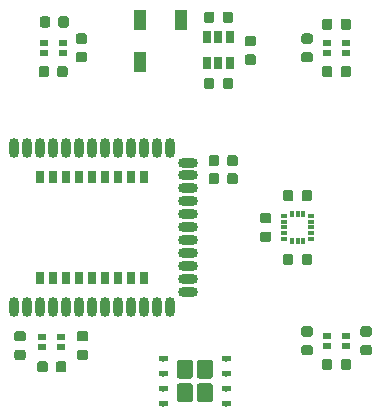
<source format=gtp>
G04 #@! TF.GenerationSoftware,KiCad,Pcbnew,(6.0.0-rc1-dev-332-g00d912f0b)*
G04 #@! TF.CreationDate,2018-09-23T23:35:21+02:00*
G04 #@! TF.ProjectId,xilwatch2,78696C7761746368322E6B696361645F,rev?*
G04 #@! TF.SameCoordinates,Original*
G04 #@! TF.FileFunction,Paste,Top*
G04 #@! TF.FilePolarity,Positive*
%FSLAX46Y46*%
G04 Gerber Fmt 4.6, Leading zero omitted, Abs format (unit mm)*
G04 Created by KiCad (PCBNEW (6.0.0-rc1-dev-332-g00d912f0b)) date 09/23/18 23:35:21*
%MOMM*%
%LPD*%
G01*
G04 APERTURE LIST*
%ADD10C,0.100000*%
%ADD11C,0.875000*%
%ADD12R,0.800000X1.000000*%
%ADD13O,1.700000X0.850000*%
%ADD14O,0.850000X1.700000*%
%ADD15R,0.650000X1.060000*%
%ADD16R,0.350000X0.600000*%
%ADD17R,0.600000X0.350000*%
%ADD18R,0.800000X0.600000*%
%ADD19C,0.500000*%
%ADD20C,1.370000*%
%ADD21R,1.000000X1.700000*%
G04 APERTURE END LIST*
D10*
G04 #@! TO.C,R2*
G36*
X165852691Y-84188553D02*
X165873926Y-84191703D01*
X165894750Y-84196919D01*
X165914962Y-84204151D01*
X165934368Y-84213330D01*
X165952781Y-84224366D01*
X165970024Y-84237154D01*
X165985930Y-84251570D01*
X166000346Y-84267476D01*
X166013134Y-84284719D01*
X166024170Y-84303132D01*
X166033349Y-84322538D01*
X166040581Y-84342750D01*
X166045797Y-84363574D01*
X166048947Y-84384809D01*
X166050000Y-84406250D01*
X166050000Y-84918750D01*
X166048947Y-84940191D01*
X166045797Y-84961426D01*
X166040581Y-84982250D01*
X166033349Y-85002462D01*
X166024170Y-85021868D01*
X166013134Y-85040281D01*
X166000346Y-85057524D01*
X165985930Y-85073430D01*
X165970024Y-85087846D01*
X165952781Y-85100634D01*
X165934368Y-85111670D01*
X165914962Y-85120849D01*
X165894750Y-85128081D01*
X165873926Y-85133297D01*
X165852691Y-85136447D01*
X165831250Y-85137500D01*
X165393750Y-85137500D01*
X165372309Y-85136447D01*
X165351074Y-85133297D01*
X165330250Y-85128081D01*
X165310038Y-85120849D01*
X165290632Y-85111670D01*
X165272219Y-85100634D01*
X165254976Y-85087846D01*
X165239070Y-85073430D01*
X165224654Y-85057524D01*
X165211866Y-85040281D01*
X165200830Y-85021868D01*
X165191651Y-85002462D01*
X165184419Y-84982250D01*
X165179203Y-84961426D01*
X165176053Y-84940191D01*
X165175000Y-84918750D01*
X165175000Y-84406250D01*
X165176053Y-84384809D01*
X165179203Y-84363574D01*
X165184419Y-84342750D01*
X165191651Y-84322538D01*
X165200830Y-84303132D01*
X165211866Y-84284719D01*
X165224654Y-84267476D01*
X165239070Y-84251570D01*
X165254976Y-84237154D01*
X165272219Y-84224366D01*
X165290632Y-84213330D01*
X165310038Y-84204151D01*
X165330250Y-84196919D01*
X165351074Y-84191703D01*
X165372309Y-84188553D01*
X165393750Y-84187500D01*
X165831250Y-84187500D01*
X165852691Y-84188553D01*
X165852691Y-84188553D01*
G37*
D11*
X165612500Y-84662500D03*
D10*
G36*
X167427691Y-84188553D02*
X167448926Y-84191703D01*
X167469750Y-84196919D01*
X167489962Y-84204151D01*
X167509368Y-84213330D01*
X167527781Y-84224366D01*
X167545024Y-84237154D01*
X167560930Y-84251570D01*
X167575346Y-84267476D01*
X167588134Y-84284719D01*
X167599170Y-84303132D01*
X167608349Y-84322538D01*
X167615581Y-84342750D01*
X167620797Y-84363574D01*
X167623947Y-84384809D01*
X167625000Y-84406250D01*
X167625000Y-84918750D01*
X167623947Y-84940191D01*
X167620797Y-84961426D01*
X167615581Y-84982250D01*
X167608349Y-85002462D01*
X167599170Y-85021868D01*
X167588134Y-85040281D01*
X167575346Y-85057524D01*
X167560930Y-85073430D01*
X167545024Y-85087846D01*
X167527781Y-85100634D01*
X167509368Y-85111670D01*
X167489962Y-85120849D01*
X167469750Y-85128081D01*
X167448926Y-85133297D01*
X167427691Y-85136447D01*
X167406250Y-85137500D01*
X166968750Y-85137500D01*
X166947309Y-85136447D01*
X166926074Y-85133297D01*
X166905250Y-85128081D01*
X166885038Y-85120849D01*
X166865632Y-85111670D01*
X166847219Y-85100634D01*
X166829976Y-85087846D01*
X166814070Y-85073430D01*
X166799654Y-85057524D01*
X166786866Y-85040281D01*
X166775830Y-85021868D01*
X166766651Y-85002462D01*
X166759419Y-84982250D01*
X166754203Y-84961426D01*
X166751053Y-84940191D01*
X166750000Y-84918750D01*
X166750000Y-84406250D01*
X166751053Y-84384809D01*
X166754203Y-84363574D01*
X166759419Y-84342750D01*
X166766651Y-84322538D01*
X166775830Y-84303132D01*
X166786866Y-84284719D01*
X166799654Y-84267476D01*
X166814070Y-84251570D01*
X166829976Y-84237154D01*
X166847219Y-84224366D01*
X166865632Y-84213330D01*
X166885038Y-84204151D01*
X166905250Y-84196919D01*
X166926074Y-84191703D01*
X166947309Y-84188553D01*
X166968750Y-84187500D01*
X167406250Y-84187500D01*
X167427691Y-84188553D01*
X167427691Y-84188553D01*
G37*
D11*
X167187500Y-84662500D03*
G04 #@! TD*
D10*
G04 #@! TO.C,R1*
G36*
X165852691Y-82663553D02*
X165873926Y-82666703D01*
X165894750Y-82671919D01*
X165914962Y-82679151D01*
X165934368Y-82688330D01*
X165952781Y-82699366D01*
X165970024Y-82712154D01*
X165985930Y-82726570D01*
X166000346Y-82742476D01*
X166013134Y-82759719D01*
X166024170Y-82778132D01*
X166033349Y-82797538D01*
X166040581Y-82817750D01*
X166045797Y-82838574D01*
X166048947Y-82859809D01*
X166050000Y-82881250D01*
X166050000Y-83393750D01*
X166048947Y-83415191D01*
X166045797Y-83436426D01*
X166040581Y-83457250D01*
X166033349Y-83477462D01*
X166024170Y-83496868D01*
X166013134Y-83515281D01*
X166000346Y-83532524D01*
X165985930Y-83548430D01*
X165970024Y-83562846D01*
X165952781Y-83575634D01*
X165934368Y-83586670D01*
X165914962Y-83595849D01*
X165894750Y-83603081D01*
X165873926Y-83608297D01*
X165852691Y-83611447D01*
X165831250Y-83612500D01*
X165393750Y-83612500D01*
X165372309Y-83611447D01*
X165351074Y-83608297D01*
X165330250Y-83603081D01*
X165310038Y-83595849D01*
X165290632Y-83586670D01*
X165272219Y-83575634D01*
X165254976Y-83562846D01*
X165239070Y-83548430D01*
X165224654Y-83532524D01*
X165211866Y-83515281D01*
X165200830Y-83496868D01*
X165191651Y-83477462D01*
X165184419Y-83457250D01*
X165179203Y-83436426D01*
X165176053Y-83415191D01*
X165175000Y-83393750D01*
X165175000Y-82881250D01*
X165176053Y-82859809D01*
X165179203Y-82838574D01*
X165184419Y-82817750D01*
X165191651Y-82797538D01*
X165200830Y-82778132D01*
X165211866Y-82759719D01*
X165224654Y-82742476D01*
X165239070Y-82726570D01*
X165254976Y-82712154D01*
X165272219Y-82699366D01*
X165290632Y-82688330D01*
X165310038Y-82679151D01*
X165330250Y-82671919D01*
X165351074Y-82666703D01*
X165372309Y-82663553D01*
X165393750Y-82662500D01*
X165831250Y-82662500D01*
X165852691Y-82663553D01*
X165852691Y-82663553D01*
G37*
D11*
X165612500Y-83137500D03*
D10*
G36*
X167427691Y-82663553D02*
X167448926Y-82666703D01*
X167469750Y-82671919D01*
X167489962Y-82679151D01*
X167509368Y-82688330D01*
X167527781Y-82699366D01*
X167545024Y-82712154D01*
X167560930Y-82726570D01*
X167575346Y-82742476D01*
X167588134Y-82759719D01*
X167599170Y-82778132D01*
X167608349Y-82797538D01*
X167615581Y-82817750D01*
X167620797Y-82838574D01*
X167623947Y-82859809D01*
X167625000Y-82881250D01*
X167625000Y-83393750D01*
X167623947Y-83415191D01*
X167620797Y-83436426D01*
X167615581Y-83457250D01*
X167608349Y-83477462D01*
X167599170Y-83496868D01*
X167588134Y-83515281D01*
X167575346Y-83532524D01*
X167560930Y-83548430D01*
X167545024Y-83562846D01*
X167527781Y-83575634D01*
X167509368Y-83586670D01*
X167489962Y-83595849D01*
X167469750Y-83603081D01*
X167448926Y-83608297D01*
X167427691Y-83611447D01*
X167406250Y-83612500D01*
X166968750Y-83612500D01*
X166947309Y-83611447D01*
X166926074Y-83608297D01*
X166905250Y-83603081D01*
X166885038Y-83595849D01*
X166865632Y-83586670D01*
X166847219Y-83575634D01*
X166829976Y-83562846D01*
X166814070Y-83548430D01*
X166799654Y-83532524D01*
X166786866Y-83515281D01*
X166775830Y-83496868D01*
X166766651Y-83477462D01*
X166759419Y-83457250D01*
X166754203Y-83436426D01*
X166751053Y-83415191D01*
X166750000Y-83393750D01*
X166750000Y-82881250D01*
X166751053Y-82859809D01*
X166754203Y-82838574D01*
X166759419Y-82817750D01*
X166766651Y-82797538D01*
X166775830Y-82778132D01*
X166786866Y-82759719D01*
X166799654Y-82742476D01*
X166814070Y-82726570D01*
X166829976Y-82712154D01*
X166847219Y-82699366D01*
X166865632Y-82688330D01*
X166885038Y-82679151D01*
X166905250Y-82671919D01*
X166926074Y-82666703D01*
X166947309Y-82663553D01*
X166968750Y-82662500D01*
X167406250Y-82662500D01*
X167427691Y-82663553D01*
X167427691Y-82663553D01*
G37*
D11*
X167187500Y-83137500D03*
G04 #@! TD*
D12*
G04 #@! TO.C,U2*
X159700000Y-84550000D03*
X158600000Y-84550000D03*
X157500000Y-84550000D03*
X156400000Y-84550000D03*
X155300000Y-84550000D03*
X154200000Y-84550000D03*
X153100000Y-84550000D03*
X152000000Y-84550000D03*
X150900000Y-84550000D03*
X150900000Y-93050000D03*
X152000000Y-93050000D03*
X153100000Y-93050000D03*
X154200000Y-93050000D03*
X155300000Y-93050000D03*
X156400000Y-93050000D03*
X157500000Y-93050000D03*
X158600000Y-93050000D03*
X159700000Y-93050000D03*
D13*
X163400000Y-94300000D03*
X163400000Y-93200000D03*
X163400000Y-92100000D03*
X163400000Y-91000000D03*
X163400000Y-89900000D03*
X163400000Y-88800000D03*
X163400000Y-87700000D03*
X163400000Y-86600000D03*
X163400000Y-85500000D03*
X163400000Y-84400000D03*
X163400000Y-83300000D03*
D14*
X161900000Y-82050000D03*
X160800000Y-82050000D03*
X159700000Y-82050000D03*
X158600000Y-82050000D03*
X157500000Y-82050000D03*
X156400000Y-82050000D03*
X155300000Y-82050000D03*
X154200000Y-82050000D03*
X153100000Y-82050000D03*
X152000000Y-82050000D03*
X150900000Y-82050000D03*
X149800000Y-82050000D03*
X148700000Y-82050000D03*
X161900000Y-95550000D03*
X160800000Y-95550000D03*
X159700000Y-95550000D03*
X158600000Y-95550000D03*
X157500000Y-95550000D03*
X156400000Y-95550000D03*
X155300000Y-95550000D03*
X154200000Y-95550000D03*
X153100000Y-95550000D03*
X152000000Y-95550000D03*
X150900000Y-95550000D03*
X149800000Y-95550000D03*
X148700000Y-95550000D03*
G04 #@! TD*
D10*
G04 #@! TO.C,R7*
G36*
X173727691Y-91026053D02*
X173748926Y-91029203D01*
X173769750Y-91034419D01*
X173789962Y-91041651D01*
X173809368Y-91050830D01*
X173827781Y-91061866D01*
X173845024Y-91074654D01*
X173860930Y-91089070D01*
X173875346Y-91104976D01*
X173888134Y-91122219D01*
X173899170Y-91140632D01*
X173908349Y-91160038D01*
X173915581Y-91180250D01*
X173920797Y-91201074D01*
X173923947Y-91222309D01*
X173925000Y-91243750D01*
X173925000Y-91756250D01*
X173923947Y-91777691D01*
X173920797Y-91798926D01*
X173915581Y-91819750D01*
X173908349Y-91839962D01*
X173899170Y-91859368D01*
X173888134Y-91877781D01*
X173875346Y-91895024D01*
X173860930Y-91910930D01*
X173845024Y-91925346D01*
X173827781Y-91938134D01*
X173809368Y-91949170D01*
X173789962Y-91958349D01*
X173769750Y-91965581D01*
X173748926Y-91970797D01*
X173727691Y-91973947D01*
X173706250Y-91975000D01*
X173268750Y-91975000D01*
X173247309Y-91973947D01*
X173226074Y-91970797D01*
X173205250Y-91965581D01*
X173185038Y-91958349D01*
X173165632Y-91949170D01*
X173147219Y-91938134D01*
X173129976Y-91925346D01*
X173114070Y-91910930D01*
X173099654Y-91895024D01*
X173086866Y-91877781D01*
X173075830Y-91859368D01*
X173066651Y-91839962D01*
X173059419Y-91819750D01*
X173054203Y-91798926D01*
X173051053Y-91777691D01*
X173050000Y-91756250D01*
X173050000Y-91243750D01*
X173051053Y-91222309D01*
X173054203Y-91201074D01*
X173059419Y-91180250D01*
X173066651Y-91160038D01*
X173075830Y-91140632D01*
X173086866Y-91122219D01*
X173099654Y-91104976D01*
X173114070Y-91089070D01*
X173129976Y-91074654D01*
X173147219Y-91061866D01*
X173165632Y-91050830D01*
X173185038Y-91041651D01*
X173205250Y-91034419D01*
X173226074Y-91029203D01*
X173247309Y-91026053D01*
X173268750Y-91025000D01*
X173706250Y-91025000D01*
X173727691Y-91026053D01*
X173727691Y-91026053D01*
G37*
D11*
X173487500Y-91500000D03*
D10*
G36*
X172152691Y-91026053D02*
X172173926Y-91029203D01*
X172194750Y-91034419D01*
X172214962Y-91041651D01*
X172234368Y-91050830D01*
X172252781Y-91061866D01*
X172270024Y-91074654D01*
X172285930Y-91089070D01*
X172300346Y-91104976D01*
X172313134Y-91122219D01*
X172324170Y-91140632D01*
X172333349Y-91160038D01*
X172340581Y-91180250D01*
X172345797Y-91201074D01*
X172348947Y-91222309D01*
X172350000Y-91243750D01*
X172350000Y-91756250D01*
X172348947Y-91777691D01*
X172345797Y-91798926D01*
X172340581Y-91819750D01*
X172333349Y-91839962D01*
X172324170Y-91859368D01*
X172313134Y-91877781D01*
X172300346Y-91895024D01*
X172285930Y-91910930D01*
X172270024Y-91925346D01*
X172252781Y-91938134D01*
X172234368Y-91949170D01*
X172214962Y-91958349D01*
X172194750Y-91965581D01*
X172173926Y-91970797D01*
X172152691Y-91973947D01*
X172131250Y-91975000D01*
X171693750Y-91975000D01*
X171672309Y-91973947D01*
X171651074Y-91970797D01*
X171630250Y-91965581D01*
X171610038Y-91958349D01*
X171590632Y-91949170D01*
X171572219Y-91938134D01*
X171554976Y-91925346D01*
X171539070Y-91910930D01*
X171524654Y-91895024D01*
X171511866Y-91877781D01*
X171500830Y-91859368D01*
X171491651Y-91839962D01*
X171484419Y-91819750D01*
X171479203Y-91798926D01*
X171476053Y-91777691D01*
X171475000Y-91756250D01*
X171475000Y-91243750D01*
X171476053Y-91222309D01*
X171479203Y-91201074D01*
X171484419Y-91180250D01*
X171491651Y-91160038D01*
X171500830Y-91140632D01*
X171511866Y-91122219D01*
X171524654Y-91104976D01*
X171539070Y-91089070D01*
X171554976Y-91074654D01*
X171572219Y-91061866D01*
X171590632Y-91050830D01*
X171610038Y-91041651D01*
X171630250Y-91034419D01*
X171651074Y-91029203D01*
X171672309Y-91026053D01*
X171693750Y-91025000D01*
X172131250Y-91025000D01*
X172152691Y-91026053D01*
X172152691Y-91026053D01*
G37*
D11*
X171912500Y-91500000D03*
G04 #@! TD*
D10*
G04 #@! TO.C,R6*
G36*
X170277691Y-89151053D02*
X170298926Y-89154203D01*
X170319750Y-89159419D01*
X170339962Y-89166651D01*
X170359368Y-89175830D01*
X170377781Y-89186866D01*
X170395024Y-89199654D01*
X170410930Y-89214070D01*
X170425346Y-89229976D01*
X170438134Y-89247219D01*
X170449170Y-89265632D01*
X170458349Y-89285038D01*
X170465581Y-89305250D01*
X170470797Y-89326074D01*
X170473947Y-89347309D01*
X170475000Y-89368750D01*
X170475000Y-89806250D01*
X170473947Y-89827691D01*
X170470797Y-89848926D01*
X170465581Y-89869750D01*
X170458349Y-89889962D01*
X170449170Y-89909368D01*
X170438134Y-89927781D01*
X170425346Y-89945024D01*
X170410930Y-89960930D01*
X170395024Y-89975346D01*
X170377781Y-89988134D01*
X170359368Y-89999170D01*
X170339962Y-90008349D01*
X170319750Y-90015581D01*
X170298926Y-90020797D01*
X170277691Y-90023947D01*
X170256250Y-90025000D01*
X169743750Y-90025000D01*
X169722309Y-90023947D01*
X169701074Y-90020797D01*
X169680250Y-90015581D01*
X169660038Y-90008349D01*
X169640632Y-89999170D01*
X169622219Y-89988134D01*
X169604976Y-89975346D01*
X169589070Y-89960930D01*
X169574654Y-89945024D01*
X169561866Y-89927781D01*
X169550830Y-89909368D01*
X169541651Y-89889962D01*
X169534419Y-89869750D01*
X169529203Y-89848926D01*
X169526053Y-89827691D01*
X169525000Y-89806250D01*
X169525000Y-89368750D01*
X169526053Y-89347309D01*
X169529203Y-89326074D01*
X169534419Y-89305250D01*
X169541651Y-89285038D01*
X169550830Y-89265632D01*
X169561866Y-89247219D01*
X169574654Y-89229976D01*
X169589070Y-89214070D01*
X169604976Y-89199654D01*
X169622219Y-89186866D01*
X169640632Y-89175830D01*
X169660038Y-89166651D01*
X169680250Y-89159419D01*
X169701074Y-89154203D01*
X169722309Y-89151053D01*
X169743750Y-89150000D01*
X170256250Y-89150000D01*
X170277691Y-89151053D01*
X170277691Y-89151053D01*
G37*
D11*
X170000000Y-89587500D03*
D10*
G36*
X170277691Y-87576053D02*
X170298926Y-87579203D01*
X170319750Y-87584419D01*
X170339962Y-87591651D01*
X170359368Y-87600830D01*
X170377781Y-87611866D01*
X170395024Y-87624654D01*
X170410930Y-87639070D01*
X170425346Y-87654976D01*
X170438134Y-87672219D01*
X170449170Y-87690632D01*
X170458349Y-87710038D01*
X170465581Y-87730250D01*
X170470797Y-87751074D01*
X170473947Y-87772309D01*
X170475000Y-87793750D01*
X170475000Y-88231250D01*
X170473947Y-88252691D01*
X170470797Y-88273926D01*
X170465581Y-88294750D01*
X170458349Y-88314962D01*
X170449170Y-88334368D01*
X170438134Y-88352781D01*
X170425346Y-88370024D01*
X170410930Y-88385930D01*
X170395024Y-88400346D01*
X170377781Y-88413134D01*
X170359368Y-88424170D01*
X170339962Y-88433349D01*
X170319750Y-88440581D01*
X170298926Y-88445797D01*
X170277691Y-88448947D01*
X170256250Y-88450000D01*
X169743750Y-88450000D01*
X169722309Y-88448947D01*
X169701074Y-88445797D01*
X169680250Y-88440581D01*
X169660038Y-88433349D01*
X169640632Y-88424170D01*
X169622219Y-88413134D01*
X169604976Y-88400346D01*
X169589070Y-88385930D01*
X169574654Y-88370024D01*
X169561866Y-88352781D01*
X169550830Y-88334368D01*
X169541651Y-88314962D01*
X169534419Y-88294750D01*
X169529203Y-88273926D01*
X169526053Y-88252691D01*
X169525000Y-88231250D01*
X169525000Y-87793750D01*
X169526053Y-87772309D01*
X169529203Y-87751074D01*
X169534419Y-87730250D01*
X169541651Y-87710038D01*
X169550830Y-87690632D01*
X169561866Y-87672219D01*
X169574654Y-87654976D01*
X169589070Y-87639070D01*
X169604976Y-87624654D01*
X169622219Y-87611866D01*
X169640632Y-87600830D01*
X169660038Y-87591651D01*
X169680250Y-87584419D01*
X169701074Y-87579203D01*
X169722309Y-87576053D01*
X169743750Y-87575000D01*
X170256250Y-87575000D01*
X170277691Y-87576053D01*
X170277691Y-87576053D01*
G37*
D11*
X170000000Y-88012500D03*
G04 #@! TD*
D10*
G04 #@! TO.C,R9*
G36*
X153127691Y-70926053D02*
X153148926Y-70929203D01*
X153169750Y-70934419D01*
X153189962Y-70941651D01*
X153209368Y-70950830D01*
X153227781Y-70961866D01*
X153245024Y-70974654D01*
X153260930Y-70989070D01*
X153275346Y-71004976D01*
X153288134Y-71022219D01*
X153299170Y-71040632D01*
X153308349Y-71060038D01*
X153315581Y-71080250D01*
X153320797Y-71101074D01*
X153323947Y-71122309D01*
X153325000Y-71143750D01*
X153325000Y-71656250D01*
X153323947Y-71677691D01*
X153320797Y-71698926D01*
X153315581Y-71719750D01*
X153308349Y-71739962D01*
X153299170Y-71759368D01*
X153288134Y-71777781D01*
X153275346Y-71795024D01*
X153260930Y-71810930D01*
X153245024Y-71825346D01*
X153227781Y-71838134D01*
X153209368Y-71849170D01*
X153189962Y-71858349D01*
X153169750Y-71865581D01*
X153148926Y-71870797D01*
X153127691Y-71873947D01*
X153106250Y-71875000D01*
X152668750Y-71875000D01*
X152647309Y-71873947D01*
X152626074Y-71870797D01*
X152605250Y-71865581D01*
X152585038Y-71858349D01*
X152565632Y-71849170D01*
X152547219Y-71838134D01*
X152529976Y-71825346D01*
X152514070Y-71810930D01*
X152499654Y-71795024D01*
X152486866Y-71777781D01*
X152475830Y-71759368D01*
X152466651Y-71739962D01*
X152459419Y-71719750D01*
X152454203Y-71698926D01*
X152451053Y-71677691D01*
X152450000Y-71656250D01*
X152450000Y-71143750D01*
X152451053Y-71122309D01*
X152454203Y-71101074D01*
X152459419Y-71080250D01*
X152466651Y-71060038D01*
X152475830Y-71040632D01*
X152486866Y-71022219D01*
X152499654Y-71004976D01*
X152514070Y-70989070D01*
X152529976Y-70974654D01*
X152547219Y-70961866D01*
X152565632Y-70950830D01*
X152585038Y-70941651D01*
X152605250Y-70934419D01*
X152626074Y-70929203D01*
X152647309Y-70926053D01*
X152668750Y-70925000D01*
X153106250Y-70925000D01*
X153127691Y-70926053D01*
X153127691Y-70926053D01*
G37*
D11*
X152887500Y-71400000D03*
D10*
G36*
X151552691Y-70926053D02*
X151573926Y-70929203D01*
X151594750Y-70934419D01*
X151614962Y-70941651D01*
X151634368Y-70950830D01*
X151652781Y-70961866D01*
X151670024Y-70974654D01*
X151685930Y-70989070D01*
X151700346Y-71004976D01*
X151713134Y-71022219D01*
X151724170Y-71040632D01*
X151733349Y-71060038D01*
X151740581Y-71080250D01*
X151745797Y-71101074D01*
X151748947Y-71122309D01*
X151750000Y-71143750D01*
X151750000Y-71656250D01*
X151748947Y-71677691D01*
X151745797Y-71698926D01*
X151740581Y-71719750D01*
X151733349Y-71739962D01*
X151724170Y-71759368D01*
X151713134Y-71777781D01*
X151700346Y-71795024D01*
X151685930Y-71810930D01*
X151670024Y-71825346D01*
X151652781Y-71838134D01*
X151634368Y-71849170D01*
X151614962Y-71858349D01*
X151594750Y-71865581D01*
X151573926Y-71870797D01*
X151552691Y-71873947D01*
X151531250Y-71875000D01*
X151093750Y-71875000D01*
X151072309Y-71873947D01*
X151051074Y-71870797D01*
X151030250Y-71865581D01*
X151010038Y-71858349D01*
X150990632Y-71849170D01*
X150972219Y-71838134D01*
X150954976Y-71825346D01*
X150939070Y-71810930D01*
X150924654Y-71795024D01*
X150911866Y-71777781D01*
X150900830Y-71759368D01*
X150891651Y-71739962D01*
X150884419Y-71719750D01*
X150879203Y-71698926D01*
X150876053Y-71677691D01*
X150875000Y-71656250D01*
X150875000Y-71143750D01*
X150876053Y-71122309D01*
X150879203Y-71101074D01*
X150884419Y-71080250D01*
X150891651Y-71060038D01*
X150900830Y-71040632D01*
X150911866Y-71022219D01*
X150924654Y-71004976D01*
X150939070Y-70989070D01*
X150954976Y-70974654D01*
X150972219Y-70961866D01*
X150990632Y-70950830D01*
X151010038Y-70941651D01*
X151030250Y-70934419D01*
X151051074Y-70929203D01*
X151072309Y-70926053D01*
X151093750Y-70925000D01*
X151531250Y-70925000D01*
X151552691Y-70926053D01*
X151552691Y-70926053D01*
G37*
D11*
X151312500Y-71400000D03*
G04 #@! TD*
D10*
G04 #@! TO.C,R8*
G36*
X151452691Y-75126053D02*
X151473926Y-75129203D01*
X151494750Y-75134419D01*
X151514962Y-75141651D01*
X151534368Y-75150830D01*
X151552781Y-75161866D01*
X151570024Y-75174654D01*
X151585930Y-75189070D01*
X151600346Y-75204976D01*
X151613134Y-75222219D01*
X151624170Y-75240632D01*
X151633349Y-75260038D01*
X151640581Y-75280250D01*
X151645797Y-75301074D01*
X151648947Y-75322309D01*
X151650000Y-75343750D01*
X151650000Y-75856250D01*
X151648947Y-75877691D01*
X151645797Y-75898926D01*
X151640581Y-75919750D01*
X151633349Y-75939962D01*
X151624170Y-75959368D01*
X151613134Y-75977781D01*
X151600346Y-75995024D01*
X151585930Y-76010930D01*
X151570024Y-76025346D01*
X151552781Y-76038134D01*
X151534368Y-76049170D01*
X151514962Y-76058349D01*
X151494750Y-76065581D01*
X151473926Y-76070797D01*
X151452691Y-76073947D01*
X151431250Y-76075000D01*
X150993750Y-76075000D01*
X150972309Y-76073947D01*
X150951074Y-76070797D01*
X150930250Y-76065581D01*
X150910038Y-76058349D01*
X150890632Y-76049170D01*
X150872219Y-76038134D01*
X150854976Y-76025346D01*
X150839070Y-76010930D01*
X150824654Y-75995024D01*
X150811866Y-75977781D01*
X150800830Y-75959368D01*
X150791651Y-75939962D01*
X150784419Y-75919750D01*
X150779203Y-75898926D01*
X150776053Y-75877691D01*
X150775000Y-75856250D01*
X150775000Y-75343750D01*
X150776053Y-75322309D01*
X150779203Y-75301074D01*
X150784419Y-75280250D01*
X150791651Y-75260038D01*
X150800830Y-75240632D01*
X150811866Y-75222219D01*
X150824654Y-75204976D01*
X150839070Y-75189070D01*
X150854976Y-75174654D01*
X150872219Y-75161866D01*
X150890632Y-75150830D01*
X150910038Y-75141651D01*
X150930250Y-75134419D01*
X150951074Y-75129203D01*
X150972309Y-75126053D01*
X150993750Y-75125000D01*
X151431250Y-75125000D01*
X151452691Y-75126053D01*
X151452691Y-75126053D01*
G37*
D11*
X151212500Y-75600000D03*
D10*
G36*
X153027691Y-75126053D02*
X153048926Y-75129203D01*
X153069750Y-75134419D01*
X153089962Y-75141651D01*
X153109368Y-75150830D01*
X153127781Y-75161866D01*
X153145024Y-75174654D01*
X153160930Y-75189070D01*
X153175346Y-75204976D01*
X153188134Y-75222219D01*
X153199170Y-75240632D01*
X153208349Y-75260038D01*
X153215581Y-75280250D01*
X153220797Y-75301074D01*
X153223947Y-75322309D01*
X153225000Y-75343750D01*
X153225000Y-75856250D01*
X153223947Y-75877691D01*
X153220797Y-75898926D01*
X153215581Y-75919750D01*
X153208349Y-75939962D01*
X153199170Y-75959368D01*
X153188134Y-75977781D01*
X153175346Y-75995024D01*
X153160930Y-76010930D01*
X153145024Y-76025346D01*
X153127781Y-76038134D01*
X153109368Y-76049170D01*
X153089962Y-76058349D01*
X153069750Y-76065581D01*
X153048926Y-76070797D01*
X153027691Y-76073947D01*
X153006250Y-76075000D01*
X152568750Y-76075000D01*
X152547309Y-76073947D01*
X152526074Y-76070797D01*
X152505250Y-76065581D01*
X152485038Y-76058349D01*
X152465632Y-76049170D01*
X152447219Y-76038134D01*
X152429976Y-76025346D01*
X152414070Y-76010930D01*
X152399654Y-75995024D01*
X152386866Y-75977781D01*
X152375830Y-75959368D01*
X152366651Y-75939962D01*
X152359419Y-75919750D01*
X152354203Y-75898926D01*
X152351053Y-75877691D01*
X152350000Y-75856250D01*
X152350000Y-75343750D01*
X152351053Y-75322309D01*
X152354203Y-75301074D01*
X152359419Y-75280250D01*
X152366651Y-75260038D01*
X152375830Y-75240632D01*
X152386866Y-75222219D01*
X152399654Y-75204976D01*
X152414070Y-75189070D01*
X152429976Y-75174654D01*
X152447219Y-75161866D01*
X152465632Y-75150830D01*
X152485038Y-75141651D01*
X152505250Y-75134419D01*
X152526074Y-75129203D01*
X152547309Y-75126053D01*
X152568750Y-75125000D01*
X153006250Y-75125000D01*
X153027691Y-75126053D01*
X153027691Y-75126053D01*
G37*
D11*
X152787500Y-75600000D03*
G04 #@! TD*
D10*
G04 #@! TO.C,R11*
G36*
X175452691Y-75126053D02*
X175473926Y-75129203D01*
X175494750Y-75134419D01*
X175514962Y-75141651D01*
X175534368Y-75150830D01*
X175552781Y-75161866D01*
X175570024Y-75174654D01*
X175585930Y-75189070D01*
X175600346Y-75204976D01*
X175613134Y-75222219D01*
X175624170Y-75240632D01*
X175633349Y-75260038D01*
X175640581Y-75280250D01*
X175645797Y-75301074D01*
X175648947Y-75322309D01*
X175650000Y-75343750D01*
X175650000Y-75856250D01*
X175648947Y-75877691D01*
X175645797Y-75898926D01*
X175640581Y-75919750D01*
X175633349Y-75939962D01*
X175624170Y-75959368D01*
X175613134Y-75977781D01*
X175600346Y-75995024D01*
X175585930Y-76010930D01*
X175570024Y-76025346D01*
X175552781Y-76038134D01*
X175534368Y-76049170D01*
X175514962Y-76058349D01*
X175494750Y-76065581D01*
X175473926Y-76070797D01*
X175452691Y-76073947D01*
X175431250Y-76075000D01*
X174993750Y-76075000D01*
X174972309Y-76073947D01*
X174951074Y-76070797D01*
X174930250Y-76065581D01*
X174910038Y-76058349D01*
X174890632Y-76049170D01*
X174872219Y-76038134D01*
X174854976Y-76025346D01*
X174839070Y-76010930D01*
X174824654Y-75995024D01*
X174811866Y-75977781D01*
X174800830Y-75959368D01*
X174791651Y-75939962D01*
X174784419Y-75919750D01*
X174779203Y-75898926D01*
X174776053Y-75877691D01*
X174775000Y-75856250D01*
X174775000Y-75343750D01*
X174776053Y-75322309D01*
X174779203Y-75301074D01*
X174784419Y-75280250D01*
X174791651Y-75260038D01*
X174800830Y-75240632D01*
X174811866Y-75222219D01*
X174824654Y-75204976D01*
X174839070Y-75189070D01*
X174854976Y-75174654D01*
X174872219Y-75161866D01*
X174890632Y-75150830D01*
X174910038Y-75141651D01*
X174930250Y-75134419D01*
X174951074Y-75129203D01*
X174972309Y-75126053D01*
X174993750Y-75125000D01*
X175431250Y-75125000D01*
X175452691Y-75126053D01*
X175452691Y-75126053D01*
G37*
D11*
X175212500Y-75600000D03*
D10*
G36*
X177027691Y-75126053D02*
X177048926Y-75129203D01*
X177069750Y-75134419D01*
X177089962Y-75141651D01*
X177109368Y-75150830D01*
X177127781Y-75161866D01*
X177145024Y-75174654D01*
X177160930Y-75189070D01*
X177175346Y-75204976D01*
X177188134Y-75222219D01*
X177199170Y-75240632D01*
X177208349Y-75260038D01*
X177215581Y-75280250D01*
X177220797Y-75301074D01*
X177223947Y-75322309D01*
X177225000Y-75343750D01*
X177225000Y-75856250D01*
X177223947Y-75877691D01*
X177220797Y-75898926D01*
X177215581Y-75919750D01*
X177208349Y-75939962D01*
X177199170Y-75959368D01*
X177188134Y-75977781D01*
X177175346Y-75995024D01*
X177160930Y-76010930D01*
X177145024Y-76025346D01*
X177127781Y-76038134D01*
X177109368Y-76049170D01*
X177089962Y-76058349D01*
X177069750Y-76065581D01*
X177048926Y-76070797D01*
X177027691Y-76073947D01*
X177006250Y-76075000D01*
X176568750Y-76075000D01*
X176547309Y-76073947D01*
X176526074Y-76070797D01*
X176505250Y-76065581D01*
X176485038Y-76058349D01*
X176465632Y-76049170D01*
X176447219Y-76038134D01*
X176429976Y-76025346D01*
X176414070Y-76010930D01*
X176399654Y-75995024D01*
X176386866Y-75977781D01*
X176375830Y-75959368D01*
X176366651Y-75939962D01*
X176359419Y-75919750D01*
X176354203Y-75898926D01*
X176351053Y-75877691D01*
X176350000Y-75856250D01*
X176350000Y-75343750D01*
X176351053Y-75322309D01*
X176354203Y-75301074D01*
X176359419Y-75280250D01*
X176366651Y-75260038D01*
X176375830Y-75240632D01*
X176386866Y-75222219D01*
X176399654Y-75204976D01*
X176414070Y-75189070D01*
X176429976Y-75174654D01*
X176447219Y-75161866D01*
X176465632Y-75150830D01*
X176485038Y-75141651D01*
X176505250Y-75134419D01*
X176526074Y-75129203D01*
X176547309Y-75126053D01*
X176568750Y-75125000D01*
X177006250Y-75125000D01*
X177027691Y-75126053D01*
X177027691Y-75126053D01*
G37*
D11*
X176787500Y-75600000D03*
G04 #@! TD*
D10*
G04 #@! TO.C,R5*
G36*
X168977691Y-74151053D02*
X168998926Y-74154203D01*
X169019750Y-74159419D01*
X169039962Y-74166651D01*
X169059368Y-74175830D01*
X169077781Y-74186866D01*
X169095024Y-74199654D01*
X169110930Y-74214070D01*
X169125346Y-74229976D01*
X169138134Y-74247219D01*
X169149170Y-74265632D01*
X169158349Y-74285038D01*
X169165581Y-74305250D01*
X169170797Y-74326074D01*
X169173947Y-74347309D01*
X169175000Y-74368750D01*
X169175000Y-74806250D01*
X169173947Y-74827691D01*
X169170797Y-74848926D01*
X169165581Y-74869750D01*
X169158349Y-74889962D01*
X169149170Y-74909368D01*
X169138134Y-74927781D01*
X169125346Y-74945024D01*
X169110930Y-74960930D01*
X169095024Y-74975346D01*
X169077781Y-74988134D01*
X169059368Y-74999170D01*
X169039962Y-75008349D01*
X169019750Y-75015581D01*
X168998926Y-75020797D01*
X168977691Y-75023947D01*
X168956250Y-75025000D01*
X168443750Y-75025000D01*
X168422309Y-75023947D01*
X168401074Y-75020797D01*
X168380250Y-75015581D01*
X168360038Y-75008349D01*
X168340632Y-74999170D01*
X168322219Y-74988134D01*
X168304976Y-74975346D01*
X168289070Y-74960930D01*
X168274654Y-74945024D01*
X168261866Y-74927781D01*
X168250830Y-74909368D01*
X168241651Y-74889962D01*
X168234419Y-74869750D01*
X168229203Y-74848926D01*
X168226053Y-74827691D01*
X168225000Y-74806250D01*
X168225000Y-74368750D01*
X168226053Y-74347309D01*
X168229203Y-74326074D01*
X168234419Y-74305250D01*
X168241651Y-74285038D01*
X168250830Y-74265632D01*
X168261866Y-74247219D01*
X168274654Y-74229976D01*
X168289070Y-74214070D01*
X168304976Y-74199654D01*
X168322219Y-74186866D01*
X168340632Y-74175830D01*
X168360038Y-74166651D01*
X168380250Y-74159419D01*
X168401074Y-74154203D01*
X168422309Y-74151053D01*
X168443750Y-74150000D01*
X168956250Y-74150000D01*
X168977691Y-74151053D01*
X168977691Y-74151053D01*
G37*
D11*
X168700000Y-74587500D03*
D10*
G36*
X168977691Y-72576053D02*
X168998926Y-72579203D01*
X169019750Y-72584419D01*
X169039962Y-72591651D01*
X169059368Y-72600830D01*
X169077781Y-72611866D01*
X169095024Y-72624654D01*
X169110930Y-72639070D01*
X169125346Y-72654976D01*
X169138134Y-72672219D01*
X169149170Y-72690632D01*
X169158349Y-72710038D01*
X169165581Y-72730250D01*
X169170797Y-72751074D01*
X169173947Y-72772309D01*
X169175000Y-72793750D01*
X169175000Y-73231250D01*
X169173947Y-73252691D01*
X169170797Y-73273926D01*
X169165581Y-73294750D01*
X169158349Y-73314962D01*
X169149170Y-73334368D01*
X169138134Y-73352781D01*
X169125346Y-73370024D01*
X169110930Y-73385930D01*
X169095024Y-73400346D01*
X169077781Y-73413134D01*
X169059368Y-73424170D01*
X169039962Y-73433349D01*
X169019750Y-73440581D01*
X168998926Y-73445797D01*
X168977691Y-73448947D01*
X168956250Y-73450000D01*
X168443750Y-73450000D01*
X168422309Y-73448947D01*
X168401074Y-73445797D01*
X168380250Y-73440581D01*
X168360038Y-73433349D01*
X168340632Y-73424170D01*
X168322219Y-73413134D01*
X168304976Y-73400346D01*
X168289070Y-73385930D01*
X168274654Y-73370024D01*
X168261866Y-73352781D01*
X168250830Y-73334368D01*
X168241651Y-73314962D01*
X168234419Y-73294750D01*
X168229203Y-73273926D01*
X168226053Y-73252691D01*
X168225000Y-73231250D01*
X168225000Y-72793750D01*
X168226053Y-72772309D01*
X168229203Y-72751074D01*
X168234419Y-72730250D01*
X168241651Y-72710038D01*
X168250830Y-72690632D01*
X168261866Y-72672219D01*
X168274654Y-72654976D01*
X168289070Y-72639070D01*
X168304976Y-72624654D01*
X168322219Y-72611866D01*
X168340632Y-72600830D01*
X168360038Y-72591651D01*
X168380250Y-72584419D01*
X168401074Y-72579203D01*
X168422309Y-72576053D01*
X168443750Y-72575000D01*
X168956250Y-72575000D01*
X168977691Y-72576053D01*
X168977691Y-72576053D01*
G37*
D11*
X168700000Y-73012500D03*
G04 #@! TD*
D10*
G04 #@! TO.C,R12*
G36*
X173777691Y-73951053D02*
X173798926Y-73954203D01*
X173819750Y-73959419D01*
X173839962Y-73966651D01*
X173859368Y-73975830D01*
X173877781Y-73986866D01*
X173895024Y-73999654D01*
X173910930Y-74014070D01*
X173925346Y-74029976D01*
X173938134Y-74047219D01*
X173949170Y-74065632D01*
X173958349Y-74085038D01*
X173965581Y-74105250D01*
X173970797Y-74126074D01*
X173973947Y-74147309D01*
X173975000Y-74168750D01*
X173975000Y-74606250D01*
X173973947Y-74627691D01*
X173970797Y-74648926D01*
X173965581Y-74669750D01*
X173958349Y-74689962D01*
X173949170Y-74709368D01*
X173938134Y-74727781D01*
X173925346Y-74745024D01*
X173910930Y-74760930D01*
X173895024Y-74775346D01*
X173877781Y-74788134D01*
X173859368Y-74799170D01*
X173839962Y-74808349D01*
X173819750Y-74815581D01*
X173798926Y-74820797D01*
X173777691Y-74823947D01*
X173756250Y-74825000D01*
X173243750Y-74825000D01*
X173222309Y-74823947D01*
X173201074Y-74820797D01*
X173180250Y-74815581D01*
X173160038Y-74808349D01*
X173140632Y-74799170D01*
X173122219Y-74788134D01*
X173104976Y-74775346D01*
X173089070Y-74760930D01*
X173074654Y-74745024D01*
X173061866Y-74727781D01*
X173050830Y-74709368D01*
X173041651Y-74689962D01*
X173034419Y-74669750D01*
X173029203Y-74648926D01*
X173026053Y-74627691D01*
X173025000Y-74606250D01*
X173025000Y-74168750D01*
X173026053Y-74147309D01*
X173029203Y-74126074D01*
X173034419Y-74105250D01*
X173041651Y-74085038D01*
X173050830Y-74065632D01*
X173061866Y-74047219D01*
X173074654Y-74029976D01*
X173089070Y-74014070D01*
X173104976Y-73999654D01*
X173122219Y-73986866D01*
X173140632Y-73975830D01*
X173160038Y-73966651D01*
X173180250Y-73959419D01*
X173201074Y-73954203D01*
X173222309Y-73951053D01*
X173243750Y-73950000D01*
X173756250Y-73950000D01*
X173777691Y-73951053D01*
X173777691Y-73951053D01*
G37*
D11*
X173500000Y-74387500D03*
D10*
G36*
X173777691Y-72376053D02*
X173798926Y-72379203D01*
X173819750Y-72384419D01*
X173839962Y-72391651D01*
X173859368Y-72400830D01*
X173877781Y-72411866D01*
X173895024Y-72424654D01*
X173910930Y-72439070D01*
X173925346Y-72454976D01*
X173938134Y-72472219D01*
X173949170Y-72490632D01*
X173958349Y-72510038D01*
X173965581Y-72530250D01*
X173970797Y-72551074D01*
X173973947Y-72572309D01*
X173975000Y-72593750D01*
X173975000Y-73031250D01*
X173973947Y-73052691D01*
X173970797Y-73073926D01*
X173965581Y-73094750D01*
X173958349Y-73114962D01*
X173949170Y-73134368D01*
X173938134Y-73152781D01*
X173925346Y-73170024D01*
X173910930Y-73185930D01*
X173895024Y-73200346D01*
X173877781Y-73213134D01*
X173859368Y-73224170D01*
X173839962Y-73233349D01*
X173819750Y-73240581D01*
X173798926Y-73245797D01*
X173777691Y-73248947D01*
X173756250Y-73250000D01*
X173243750Y-73250000D01*
X173222309Y-73248947D01*
X173201074Y-73245797D01*
X173180250Y-73240581D01*
X173160038Y-73233349D01*
X173140632Y-73224170D01*
X173122219Y-73213134D01*
X173104976Y-73200346D01*
X173089070Y-73185930D01*
X173074654Y-73170024D01*
X173061866Y-73152781D01*
X173050830Y-73134368D01*
X173041651Y-73114962D01*
X173034419Y-73094750D01*
X173029203Y-73073926D01*
X173026053Y-73052691D01*
X173025000Y-73031250D01*
X173025000Y-72593750D01*
X173026053Y-72572309D01*
X173029203Y-72551074D01*
X173034419Y-72530250D01*
X173041651Y-72510038D01*
X173050830Y-72490632D01*
X173061866Y-72472219D01*
X173074654Y-72454976D01*
X173089070Y-72439070D01*
X173104976Y-72424654D01*
X173122219Y-72411866D01*
X173140632Y-72400830D01*
X173160038Y-72391651D01*
X173180250Y-72384419D01*
X173201074Y-72379203D01*
X173222309Y-72376053D01*
X173243750Y-72375000D01*
X173756250Y-72375000D01*
X173777691Y-72376053D01*
X173777691Y-72376053D01*
G37*
D11*
X173500000Y-72812500D03*
G04 #@! TD*
D10*
G04 #@! TO.C,R13*
G36*
X177027691Y-71126053D02*
X177048926Y-71129203D01*
X177069750Y-71134419D01*
X177089962Y-71141651D01*
X177109368Y-71150830D01*
X177127781Y-71161866D01*
X177145024Y-71174654D01*
X177160930Y-71189070D01*
X177175346Y-71204976D01*
X177188134Y-71222219D01*
X177199170Y-71240632D01*
X177208349Y-71260038D01*
X177215581Y-71280250D01*
X177220797Y-71301074D01*
X177223947Y-71322309D01*
X177225000Y-71343750D01*
X177225000Y-71856250D01*
X177223947Y-71877691D01*
X177220797Y-71898926D01*
X177215581Y-71919750D01*
X177208349Y-71939962D01*
X177199170Y-71959368D01*
X177188134Y-71977781D01*
X177175346Y-71995024D01*
X177160930Y-72010930D01*
X177145024Y-72025346D01*
X177127781Y-72038134D01*
X177109368Y-72049170D01*
X177089962Y-72058349D01*
X177069750Y-72065581D01*
X177048926Y-72070797D01*
X177027691Y-72073947D01*
X177006250Y-72075000D01*
X176568750Y-72075000D01*
X176547309Y-72073947D01*
X176526074Y-72070797D01*
X176505250Y-72065581D01*
X176485038Y-72058349D01*
X176465632Y-72049170D01*
X176447219Y-72038134D01*
X176429976Y-72025346D01*
X176414070Y-72010930D01*
X176399654Y-71995024D01*
X176386866Y-71977781D01*
X176375830Y-71959368D01*
X176366651Y-71939962D01*
X176359419Y-71919750D01*
X176354203Y-71898926D01*
X176351053Y-71877691D01*
X176350000Y-71856250D01*
X176350000Y-71343750D01*
X176351053Y-71322309D01*
X176354203Y-71301074D01*
X176359419Y-71280250D01*
X176366651Y-71260038D01*
X176375830Y-71240632D01*
X176386866Y-71222219D01*
X176399654Y-71204976D01*
X176414070Y-71189070D01*
X176429976Y-71174654D01*
X176447219Y-71161866D01*
X176465632Y-71150830D01*
X176485038Y-71141651D01*
X176505250Y-71134419D01*
X176526074Y-71129203D01*
X176547309Y-71126053D01*
X176568750Y-71125000D01*
X177006250Y-71125000D01*
X177027691Y-71126053D01*
X177027691Y-71126053D01*
G37*
D11*
X176787500Y-71600000D03*
D10*
G36*
X175452691Y-71126053D02*
X175473926Y-71129203D01*
X175494750Y-71134419D01*
X175514962Y-71141651D01*
X175534368Y-71150830D01*
X175552781Y-71161866D01*
X175570024Y-71174654D01*
X175585930Y-71189070D01*
X175600346Y-71204976D01*
X175613134Y-71222219D01*
X175624170Y-71240632D01*
X175633349Y-71260038D01*
X175640581Y-71280250D01*
X175645797Y-71301074D01*
X175648947Y-71322309D01*
X175650000Y-71343750D01*
X175650000Y-71856250D01*
X175648947Y-71877691D01*
X175645797Y-71898926D01*
X175640581Y-71919750D01*
X175633349Y-71939962D01*
X175624170Y-71959368D01*
X175613134Y-71977781D01*
X175600346Y-71995024D01*
X175585930Y-72010930D01*
X175570024Y-72025346D01*
X175552781Y-72038134D01*
X175534368Y-72049170D01*
X175514962Y-72058349D01*
X175494750Y-72065581D01*
X175473926Y-72070797D01*
X175452691Y-72073947D01*
X175431250Y-72075000D01*
X174993750Y-72075000D01*
X174972309Y-72073947D01*
X174951074Y-72070797D01*
X174930250Y-72065581D01*
X174910038Y-72058349D01*
X174890632Y-72049170D01*
X174872219Y-72038134D01*
X174854976Y-72025346D01*
X174839070Y-72010930D01*
X174824654Y-71995024D01*
X174811866Y-71977781D01*
X174800830Y-71959368D01*
X174791651Y-71939962D01*
X174784419Y-71919750D01*
X174779203Y-71898926D01*
X174776053Y-71877691D01*
X174775000Y-71856250D01*
X174775000Y-71343750D01*
X174776053Y-71322309D01*
X174779203Y-71301074D01*
X174784419Y-71280250D01*
X174791651Y-71260038D01*
X174800830Y-71240632D01*
X174811866Y-71222219D01*
X174824654Y-71204976D01*
X174839070Y-71189070D01*
X174854976Y-71174654D01*
X174872219Y-71161866D01*
X174890632Y-71150830D01*
X174910038Y-71141651D01*
X174930250Y-71134419D01*
X174951074Y-71129203D01*
X174972309Y-71126053D01*
X174993750Y-71125000D01*
X175431250Y-71125000D01*
X175452691Y-71126053D01*
X175452691Y-71126053D01*
G37*
D11*
X175212500Y-71600000D03*
G04 #@! TD*
D10*
G04 #@! TO.C,R18*
G36*
X173777691Y-98751053D02*
X173798926Y-98754203D01*
X173819750Y-98759419D01*
X173839962Y-98766651D01*
X173859368Y-98775830D01*
X173877781Y-98786866D01*
X173895024Y-98799654D01*
X173910930Y-98814070D01*
X173925346Y-98829976D01*
X173938134Y-98847219D01*
X173949170Y-98865632D01*
X173958349Y-98885038D01*
X173965581Y-98905250D01*
X173970797Y-98926074D01*
X173973947Y-98947309D01*
X173975000Y-98968750D01*
X173975000Y-99406250D01*
X173973947Y-99427691D01*
X173970797Y-99448926D01*
X173965581Y-99469750D01*
X173958349Y-99489962D01*
X173949170Y-99509368D01*
X173938134Y-99527781D01*
X173925346Y-99545024D01*
X173910930Y-99560930D01*
X173895024Y-99575346D01*
X173877781Y-99588134D01*
X173859368Y-99599170D01*
X173839962Y-99608349D01*
X173819750Y-99615581D01*
X173798926Y-99620797D01*
X173777691Y-99623947D01*
X173756250Y-99625000D01*
X173243750Y-99625000D01*
X173222309Y-99623947D01*
X173201074Y-99620797D01*
X173180250Y-99615581D01*
X173160038Y-99608349D01*
X173140632Y-99599170D01*
X173122219Y-99588134D01*
X173104976Y-99575346D01*
X173089070Y-99560930D01*
X173074654Y-99545024D01*
X173061866Y-99527781D01*
X173050830Y-99509368D01*
X173041651Y-99489962D01*
X173034419Y-99469750D01*
X173029203Y-99448926D01*
X173026053Y-99427691D01*
X173025000Y-99406250D01*
X173025000Y-98968750D01*
X173026053Y-98947309D01*
X173029203Y-98926074D01*
X173034419Y-98905250D01*
X173041651Y-98885038D01*
X173050830Y-98865632D01*
X173061866Y-98847219D01*
X173074654Y-98829976D01*
X173089070Y-98814070D01*
X173104976Y-98799654D01*
X173122219Y-98786866D01*
X173140632Y-98775830D01*
X173160038Y-98766651D01*
X173180250Y-98759419D01*
X173201074Y-98754203D01*
X173222309Y-98751053D01*
X173243750Y-98750000D01*
X173756250Y-98750000D01*
X173777691Y-98751053D01*
X173777691Y-98751053D01*
G37*
D11*
X173500000Y-99187500D03*
D10*
G36*
X173777691Y-97176053D02*
X173798926Y-97179203D01*
X173819750Y-97184419D01*
X173839962Y-97191651D01*
X173859368Y-97200830D01*
X173877781Y-97211866D01*
X173895024Y-97224654D01*
X173910930Y-97239070D01*
X173925346Y-97254976D01*
X173938134Y-97272219D01*
X173949170Y-97290632D01*
X173958349Y-97310038D01*
X173965581Y-97330250D01*
X173970797Y-97351074D01*
X173973947Y-97372309D01*
X173975000Y-97393750D01*
X173975000Y-97831250D01*
X173973947Y-97852691D01*
X173970797Y-97873926D01*
X173965581Y-97894750D01*
X173958349Y-97914962D01*
X173949170Y-97934368D01*
X173938134Y-97952781D01*
X173925346Y-97970024D01*
X173910930Y-97985930D01*
X173895024Y-98000346D01*
X173877781Y-98013134D01*
X173859368Y-98024170D01*
X173839962Y-98033349D01*
X173819750Y-98040581D01*
X173798926Y-98045797D01*
X173777691Y-98048947D01*
X173756250Y-98050000D01*
X173243750Y-98050000D01*
X173222309Y-98048947D01*
X173201074Y-98045797D01*
X173180250Y-98040581D01*
X173160038Y-98033349D01*
X173140632Y-98024170D01*
X173122219Y-98013134D01*
X173104976Y-98000346D01*
X173089070Y-97985930D01*
X173074654Y-97970024D01*
X173061866Y-97952781D01*
X173050830Y-97934368D01*
X173041651Y-97914962D01*
X173034419Y-97894750D01*
X173029203Y-97873926D01*
X173026053Y-97852691D01*
X173025000Y-97831250D01*
X173025000Y-97393750D01*
X173026053Y-97372309D01*
X173029203Y-97351074D01*
X173034419Y-97330250D01*
X173041651Y-97310038D01*
X173050830Y-97290632D01*
X173061866Y-97272219D01*
X173074654Y-97254976D01*
X173089070Y-97239070D01*
X173104976Y-97224654D01*
X173122219Y-97211866D01*
X173140632Y-97200830D01*
X173160038Y-97191651D01*
X173180250Y-97184419D01*
X173201074Y-97179203D01*
X173222309Y-97176053D01*
X173243750Y-97175000D01*
X173756250Y-97175000D01*
X173777691Y-97176053D01*
X173777691Y-97176053D01*
G37*
D11*
X173500000Y-97612500D03*
G04 #@! TD*
D10*
G04 #@! TO.C,R19*
G36*
X178777691Y-97176053D02*
X178798926Y-97179203D01*
X178819750Y-97184419D01*
X178839962Y-97191651D01*
X178859368Y-97200830D01*
X178877781Y-97211866D01*
X178895024Y-97224654D01*
X178910930Y-97239070D01*
X178925346Y-97254976D01*
X178938134Y-97272219D01*
X178949170Y-97290632D01*
X178958349Y-97310038D01*
X178965581Y-97330250D01*
X178970797Y-97351074D01*
X178973947Y-97372309D01*
X178975000Y-97393750D01*
X178975000Y-97831250D01*
X178973947Y-97852691D01*
X178970797Y-97873926D01*
X178965581Y-97894750D01*
X178958349Y-97914962D01*
X178949170Y-97934368D01*
X178938134Y-97952781D01*
X178925346Y-97970024D01*
X178910930Y-97985930D01*
X178895024Y-98000346D01*
X178877781Y-98013134D01*
X178859368Y-98024170D01*
X178839962Y-98033349D01*
X178819750Y-98040581D01*
X178798926Y-98045797D01*
X178777691Y-98048947D01*
X178756250Y-98050000D01*
X178243750Y-98050000D01*
X178222309Y-98048947D01*
X178201074Y-98045797D01*
X178180250Y-98040581D01*
X178160038Y-98033349D01*
X178140632Y-98024170D01*
X178122219Y-98013134D01*
X178104976Y-98000346D01*
X178089070Y-97985930D01*
X178074654Y-97970024D01*
X178061866Y-97952781D01*
X178050830Y-97934368D01*
X178041651Y-97914962D01*
X178034419Y-97894750D01*
X178029203Y-97873926D01*
X178026053Y-97852691D01*
X178025000Y-97831250D01*
X178025000Y-97393750D01*
X178026053Y-97372309D01*
X178029203Y-97351074D01*
X178034419Y-97330250D01*
X178041651Y-97310038D01*
X178050830Y-97290632D01*
X178061866Y-97272219D01*
X178074654Y-97254976D01*
X178089070Y-97239070D01*
X178104976Y-97224654D01*
X178122219Y-97211866D01*
X178140632Y-97200830D01*
X178160038Y-97191651D01*
X178180250Y-97184419D01*
X178201074Y-97179203D01*
X178222309Y-97176053D01*
X178243750Y-97175000D01*
X178756250Y-97175000D01*
X178777691Y-97176053D01*
X178777691Y-97176053D01*
G37*
D11*
X178500000Y-97612500D03*
D10*
G36*
X178777691Y-98751053D02*
X178798926Y-98754203D01*
X178819750Y-98759419D01*
X178839962Y-98766651D01*
X178859368Y-98775830D01*
X178877781Y-98786866D01*
X178895024Y-98799654D01*
X178910930Y-98814070D01*
X178925346Y-98829976D01*
X178938134Y-98847219D01*
X178949170Y-98865632D01*
X178958349Y-98885038D01*
X178965581Y-98905250D01*
X178970797Y-98926074D01*
X178973947Y-98947309D01*
X178975000Y-98968750D01*
X178975000Y-99406250D01*
X178973947Y-99427691D01*
X178970797Y-99448926D01*
X178965581Y-99469750D01*
X178958349Y-99489962D01*
X178949170Y-99509368D01*
X178938134Y-99527781D01*
X178925346Y-99545024D01*
X178910930Y-99560930D01*
X178895024Y-99575346D01*
X178877781Y-99588134D01*
X178859368Y-99599170D01*
X178839962Y-99608349D01*
X178819750Y-99615581D01*
X178798926Y-99620797D01*
X178777691Y-99623947D01*
X178756250Y-99625000D01*
X178243750Y-99625000D01*
X178222309Y-99623947D01*
X178201074Y-99620797D01*
X178180250Y-99615581D01*
X178160038Y-99608349D01*
X178140632Y-99599170D01*
X178122219Y-99588134D01*
X178104976Y-99575346D01*
X178089070Y-99560930D01*
X178074654Y-99545024D01*
X178061866Y-99527781D01*
X178050830Y-99509368D01*
X178041651Y-99489962D01*
X178034419Y-99469750D01*
X178029203Y-99448926D01*
X178026053Y-99427691D01*
X178025000Y-99406250D01*
X178025000Y-98968750D01*
X178026053Y-98947309D01*
X178029203Y-98926074D01*
X178034419Y-98905250D01*
X178041651Y-98885038D01*
X178050830Y-98865632D01*
X178061866Y-98847219D01*
X178074654Y-98829976D01*
X178089070Y-98814070D01*
X178104976Y-98799654D01*
X178122219Y-98786866D01*
X178140632Y-98775830D01*
X178160038Y-98766651D01*
X178180250Y-98759419D01*
X178201074Y-98754203D01*
X178222309Y-98751053D01*
X178243750Y-98750000D01*
X178756250Y-98750000D01*
X178777691Y-98751053D01*
X178777691Y-98751053D01*
G37*
D11*
X178500000Y-99187500D03*
G04 #@! TD*
D10*
G04 #@! TO.C,R10*
G36*
X154677691Y-73951053D02*
X154698926Y-73954203D01*
X154719750Y-73959419D01*
X154739962Y-73966651D01*
X154759368Y-73975830D01*
X154777781Y-73986866D01*
X154795024Y-73999654D01*
X154810930Y-74014070D01*
X154825346Y-74029976D01*
X154838134Y-74047219D01*
X154849170Y-74065632D01*
X154858349Y-74085038D01*
X154865581Y-74105250D01*
X154870797Y-74126074D01*
X154873947Y-74147309D01*
X154875000Y-74168750D01*
X154875000Y-74606250D01*
X154873947Y-74627691D01*
X154870797Y-74648926D01*
X154865581Y-74669750D01*
X154858349Y-74689962D01*
X154849170Y-74709368D01*
X154838134Y-74727781D01*
X154825346Y-74745024D01*
X154810930Y-74760930D01*
X154795024Y-74775346D01*
X154777781Y-74788134D01*
X154759368Y-74799170D01*
X154739962Y-74808349D01*
X154719750Y-74815581D01*
X154698926Y-74820797D01*
X154677691Y-74823947D01*
X154656250Y-74825000D01*
X154143750Y-74825000D01*
X154122309Y-74823947D01*
X154101074Y-74820797D01*
X154080250Y-74815581D01*
X154060038Y-74808349D01*
X154040632Y-74799170D01*
X154022219Y-74788134D01*
X154004976Y-74775346D01*
X153989070Y-74760930D01*
X153974654Y-74745024D01*
X153961866Y-74727781D01*
X153950830Y-74709368D01*
X153941651Y-74689962D01*
X153934419Y-74669750D01*
X153929203Y-74648926D01*
X153926053Y-74627691D01*
X153925000Y-74606250D01*
X153925000Y-74168750D01*
X153926053Y-74147309D01*
X153929203Y-74126074D01*
X153934419Y-74105250D01*
X153941651Y-74085038D01*
X153950830Y-74065632D01*
X153961866Y-74047219D01*
X153974654Y-74029976D01*
X153989070Y-74014070D01*
X154004976Y-73999654D01*
X154022219Y-73986866D01*
X154040632Y-73975830D01*
X154060038Y-73966651D01*
X154080250Y-73959419D01*
X154101074Y-73954203D01*
X154122309Y-73951053D01*
X154143750Y-73950000D01*
X154656250Y-73950000D01*
X154677691Y-73951053D01*
X154677691Y-73951053D01*
G37*
D11*
X154400000Y-74387500D03*
D10*
G36*
X154677691Y-72376053D02*
X154698926Y-72379203D01*
X154719750Y-72384419D01*
X154739962Y-72391651D01*
X154759368Y-72400830D01*
X154777781Y-72411866D01*
X154795024Y-72424654D01*
X154810930Y-72439070D01*
X154825346Y-72454976D01*
X154838134Y-72472219D01*
X154849170Y-72490632D01*
X154858349Y-72510038D01*
X154865581Y-72530250D01*
X154870797Y-72551074D01*
X154873947Y-72572309D01*
X154875000Y-72593750D01*
X154875000Y-73031250D01*
X154873947Y-73052691D01*
X154870797Y-73073926D01*
X154865581Y-73094750D01*
X154858349Y-73114962D01*
X154849170Y-73134368D01*
X154838134Y-73152781D01*
X154825346Y-73170024D01*
X154810930Y-73185930D01*
X154795024Y-73200346D01*
X154777781Y-73213134D01*
X154759368Y-73224170D01*
X154739962Y-73233349D01*
X154719750Y-73240581D01*
X154698926Y-73245797D01*
X154677691Y-73248947D01*
X154656250Y-73250000D01*
X154143750Y-73250000D01*
X154122309Y-73248947D01*
X154101074Y-73245797D01*
X154080250Y-73240581D01*
X154060038Y-73233349D01*
X154040632Y-73224170D01*
X154022219Y-73213134D01*
X154004976Y-73200346D01*
X153989070Y-73185930D01*
X153974654Y-73170024D01*
X153961866Y-73152781D01*
X153950830Y-73134368D01*
X153941651Y-73114962D01*
X153934419Y-73094750D01*
X153929203Y-73073926D01*
X153926053Y-73052691D01*
X153925000Y-73031250D01*
X153925000Y-72593750D01*
X153926053Y-72572309D01*
X153929203Y-72551074D01*
X153934419Y-72530250D01*
X153941651Y-72510038D01*
X153950830Y-72490632D01*
X153961866Y-72472219D01*
X153974654Y-72454976D01*
X153989070Y-72439070D01*
X154004976Y-72424654D01*
X154022219Y-72411866D01*
X154040632Y-72400830D01*
X154060038Y-72391651D01*
X154080250Y-72384419D01*
X154101074Y-72379203D01*
X154122309Y-72376053D01*
X154143750Y-72375000D01*
X154656250Y-72375000D01*
X154677691Y-72376053D01*
X154677691Y-72376053D01*
G37*
D11*
X154400000Y-72812500D03*
G04 #@! TD*
D10*
G04 #@! TO.C,R16*
G36*
X154777691Y-99151053D02*
X154798926Y-99154203D01*
X154819750Y-99159419D01*
X154839962Y-99166651D01*
X154859368Y-99175830D01*
X154877781Y-99186866D01*
X154895024Y-99199654D01*
X154910930Y-99214070D01*
X154925346Y-99229976D01*
X154938134Y-99247219D01*
X154949170Y-99265632D01*
X154958349Y-99285038D01*
X154965581Y-99305250D01*
X154970797Y-99326074D01*
X154973947Y-99347309D01*
X154975000Y-99368750D01*
X154975000Y-99806250D01*
X154973947Y-99827691D01*
X154970797Y-99848926D01*
X154965581Y-99869750D01*
X154958349Y-99889962D01*
X154949170Y-99909368D01*
X154938134Y-99927781D01*
X154925346Y-99945024D01*
X154910930Y-99960930D01*
X154895024Y-99975346D01*
X154877781Y-99988134D01*
X154859368Y-99999170D01*
X154839962Y-100008349D01*
X154819750Y-100015581D01*
X154798926Y-100020797D01*
X154777691Y-100023947D01*
X154756250Y-100025000D01*
X154243750Y-100025000D01*
X154222309Y-100023947D01*
X154201074Y-100020797D01*
X154180250Y-100015581D01*
X154160038Y-100008349D01*
X154140632Y-99999170D01*
X154122219Y-99988134D01*
X154104976Y-99975346D01*
X154089070Y-99960930D01*
X154074654Y-99945024D01*
X154061866Y-99927781D01*
X154050830Y-99909368D01*
X154041651Y-99889962D01*
X154034419Y-99869750D01*
X154029203Y-99848926D01*
X154026053Y-99827691D01*
X154025000Y-99806250D01*
X154025000Y-99368750D01*
X154026053Y-99347309D01*
X154029203Y-99326074D01*
X154034419Y-99305250D01*
X154041651Y-99285038D01*
X154050830Y-99265632D01*
X154061866Y-99247219D01*
X154074654Y-99229976D01*
X154089070Y-99214070D01*
X154104976Y-99199654D01*
X154122219Y-99186866D01*
X154140632Y-99175830D01*
X154160038Y-99166651D01*
X154180250Y-99159419D01*
X154201074Y-99154203D01*
X154222309Y-99151053D01*
X154243750Y-99150000D01*
X154756250Y-99150000D01*
X154777691Y-99151053D01*
X154777691Y-99151053D01*
G37*
D11*
X154500000Y-99587500D03*
D10*
G36*
X154777691Y-97576053D02*
X154798926Y-97579203D01*
X154819750Y-97584419D01*
X154839962Y-97591651D01*
X154859368Y-97600830D01*
X154877781Y-97611866D01*
X154895024Y-97624654D01*
X154910930Y-97639070D01*
X154925346Y-97654976D01*
X154938134Y-97672219D01*
X154949170Y-97690632D01*
X154958349Y-97710038D01*
X154965581Y-97730250D01*
X154970797Y-97751074D01*
X154973947Y-97772309D01*
X154975000Y-97793750D01*
X154975000Y-98231250D01*
X154973947Y-98252691D01*
X154970797Y-98273926D01*
X154965581Y-98294750D01*
X154958349Y-98314962D01*
X154949170Y-98334368D01*
X154938134Y-98352781D01*
X154925346Y-98370024D01*
X154910930Y-98385930D01*
X154895024Y-98400346D01*
X154877781Y-98413134D01*
X154859368Y-98424170D01*
X154839962Y-98433349D01*
X154819750Y-98440581D01*
X154798926Y-98445797D01*
X154777691Y-98448947D01*
X154756250Y-98450000D01*
X154243750Y-98450000D01*
X154222309Y-98448947D01*
X154201074Y-98445797D01*
X154180250Y-98440581D01*
X154160038Y-98433349D01*
X154140632Y-98424170D01*
X154122219Y-98413134D01*
X154104976Y-98400346D01*
X154089070Y-98385930D01*
X154074654Y-98370024D01*
X154061866Y-98352781D01*
X154050830Y-98334368D01*
X154041651Y-98314962D01*
X154034419Y-98294750D01*
X154029203Y-98273926D01*
X154026053Y-98252691D01*
X154025000Y-98231250D01*
X154025000Y-97793750D01*
X154026053Y-97772309D01*
X154029203Y-97751074D01*
X154034419Y-97730250D01*
X154041651Y-97710038D01*
X154050830Y-97690632D01*
X154061866Y-97672219D01*
X154074654Y-97654976D01*
X154089070Y-97639070D01*
X154104976Y-97624654D01*
X154122219Y-97611866D01*
X154140632Y-97600830D01*
X154160038Y-97591651D01*
X154180250Y-97584419D01*
X154201074Y-97579203D01*
X154222309Y-97576053D01*
X154243750Y-97575000D01*
X154756250Y-97575000D01*
X154777691Y-97576053D01*
X154777691Y-97576053D01*
G37*
D11*
X154500000Y-98012500D03*
G04 #@! TD*
D10*
G04 #@! TO.C,R15*
G36*
X149477691Y-97576053D02*
X149498926Y-97579203D01*
X149519750Y-97584419D01*
X149539962Y-97591651D01*
X149559368Y-97600830D01*
X149577781Y-97611866D01*
X149595024Y-97624654D01*
X149610930Y-97639070D01*
X149625346Y-97654976D01*
X149638134Y-97672219D01*
X149649170Y-97690632D01*
X149658349Y-97710038D01*
X149665581Y-97730250D01*
X149670797Y-97751074D01*
X149673947Y-97772309D01*
X149675000Y-97793750D01*
X149675000Y-98231250D01*
X149673947Y-98252691D01*
X149670797Y-98273926D01*
X149665581Y-98294750D01*
X149658349Y-98314962D01*
X149649170Y-98334368D01*
X149638134Y-98352781D01*
X149625346Y-98370024D01*
X149610930Y-98385930D01*
X149595024Y-98400346D01*
X149577781Y-98413134D01*
X149559368Y-98424170D01*
X149539962Y-98433349D01*
X149519750Y-98440581D01*
X149498926Y-98445797D01*
X149477691Y-98448947D01*
X149456250Y-98450000D01*
X148943750Y-98450000D01*
X148922309Y-98448947D01*
X148901074Y-98445797D01*
X148880250Y-98440581D01*
X148860038Y-98433349D01*
X148840632Y-98424170D01*
X148822219Y-98413134D01*
X148804976Y-98400346D01*
X148789070Y-98385930D01*
X148774654Y-98370024D01*
X148761866Y-98352781D01*
X148750830Y-98334368D01*
X148741651Y-98314962D01*
X148734419Y-98294750D01*
X148729203Y-98273926D01*
X148726053Y-98252691D01*
X148725000Y-98231250D01*
X148725000Y-97793750D01*
X148726053Y-97772309D01*
X148729203Y-97751074D01*
X148734419Y-97730250D01*
X148741651Y-97710038D01*
X148750830Y-97690632D01*
X148761866Y-97672219D01*
X148774654Y-97654976D01*
X148789070Y-97639070D01*
X148804976Y-97624654D01*
X148822219Y-97611866D01*
X148840632Y-97600830D01*
X148860038Y-97591651D01*
X148880250Y-97584419D01*
X148901074Y-97579203D01*
X148922309Y-97576053D01*
X148943750Y-97575000D01*
X149456250Y-97575000D01*
X149477691Y-97576053D01*
X149477691Y-97576053D01*
G37*
D11*
X149200000Y-98012500D03*
D10*
G36*
X149477691Y-99151053D02*
X149498926Y-99154203D01*
X149519750Y-99159419D01*
X149539962Y-99166651D01*
X149559368Y-99175830D01*
X149577781Y-99186866D01*
X149595024Y-99199654D01*
X149610930Y-99214070D01*
X149625346Y-99229976D01*
X149638134Y-99247219D01*
X149649170Y-99265632D01*
X149658349Y-99285038D01*
X149665581Y-99305250D01*
X149670797Y-99326074D01*
X149673947Y-99347309D01*
X149675000Y-99368750D01*
X149675000Y-99806250D01*
X149673947Y-99827691D01*
X149670797Y-99848926D01*
X149665581Y-99869750D01*
X149658349Y-99889962D01*
X149649170Y-99909368D01*
X149638134Y-99927781D01*
X149625346Y-99945024D01*
X149610930Y-99960930D01*
X149595024Y-99975346D01*
X149577781Y-99988134D01*
X149559368Y-99999170D01*
X149539962Y-100008349D01*
X149519750Y-100015581D01*
X149498926Y-100020797D01*
X149477691Y-100023947D01*
X149456250Y-100025000D01*
X148943750Y-100025000D01*
X148922309Y-100023947D01*
X148901074Y-100020797D01*
X148880250Y-100015581D01*
X148860038Y-100008349D01*
X148840632Y-99999170D01*
X148822219Y-99988134D01*
X148804976Y-99975346D01*
X148789070Y-99960930D01*
X148774654Y-99945024D01*
X148761866Y-99927781D01*
X148750830Y-99909368D01*
X148741651Y-99889962D01*
X148734419Y-99869750D01*
X148729203Y-99848926D01*
X148726053Y-99827691D01*
X148725000Y-99806250D01*
X148725000Y-99368750D01*
X148726053Y-99347309D01*
X148729203Y-99326074D01*
X148734419Y-99305250D01*
X148741651Y-99285038D01*
X148750830Y-99265632D01*
X148761866Y-99247219D01*
X148774654Y-99229976D01*
X148789070Y-99214070D01*
X148804976Y-99199654D01*
X148822219Y-99186866D01*
X148840632Y-99175830D01*
X148860038Y-99166651D01*
X148880250Y-99159419D01*
X148901074Y-99154203D01*
X148922309Y-99151053D01*
X148943750Y-99150000D01*
X149456250Y-99150000D01*
X149477691Y-99151053D01*
X149477691Y-99151053D01*
G37*
D11*
X149200000Y-99587500D03*
G04 #@! TD*
D10*
G04 #@! TO.C,R14*
G36*
X151352691Y-100126053D02*
X151373926Y-100129203D01*
X151394750Y-100134419D01*
X151414962Y-100141651D01*
X151434368Y-100150830D01*
X151452781Y-100161866D01*
X151470024Y-100174654D01*
X151485930Y-100189070D01*
X151500346Y-100204976D01*
X151513134Y-100222219D01*
X151524170Y-100240632D01*
X151533349Y-100260038D01*
X151540581Y-100280250D01*
X151545797Y-100301074D01*
X151548947Y-100322309D01*
X151550000Y-100343750D01*
X151550000Y-100856250D01*
X151548947Y-100877691D01*
X151545797Y-100898926D01*
X151540581Y-100919750D01*
X151533349Y-100939962D01*
X151524170Y-100959368D01*
X151513134Y-100977781D01*
X151500346Y-100995024D01*
X151485930Y-101010930D01*
X151470024Y-101025346D01*
X151452781Y-101038134D01*
X151434368Y-101049170D01*
X151414962Y-101058349D01*
X151394750Y-101065581D01*
X151373926Y-101070797D01*
X151352691Y-101073947D01*
X151331250Y-101075000D01*
X150893750Y-101075000D01*
X150872309Y-101073947D01*
X150851074Y-101070797D01*
X150830250Y-101065581D01*
X150810038Y-101058349D01*
X150790632Y-101049170D01*
X150772219Y-101038134D01*
X150754976Y-101025346D01*
X150739070Y-101010930D01*
X150724654Y-100995024D01*
X150711866Y-100977781D01*
X150700830Y-100959368D01*
X150691651Y-100939962D01*
X150684419Y-100919750D01*
X150679203Y-100898926D01*
X150676053Y-100877691D01*
X150675000Y-100856250D01*
X150675000Y-100343750D01*
X150676053Y-100322309D01*
X150679203Y-100301074D01*
X150684419Y-100280250D01*
X150691651Y-100260038D01*
X150700830Y-100240632D01*
X150711866Y-100222219D01*
X150724654Y-100204976D01*
X150739070Y-100189070D01*
X150754976Y-100174654D01*
X150772219Y-100161866D01*
X150790632Y-100150830D01*
X150810038Y-100141651D01*
X150830250Y-100134419D01*
X150851074Y-100129203D01*
X150872309Y-100126053D01*
X150893750Y-100125000D01*
X151331250Y-100125000D01*
X151352691Y-100126053D01*
X151352691Y-100126053D01*
G37*
D11*
X151112500Y-100600000D03*
D10*
G36*
X152927691Y-100126053D02*
X152948926Y-100129203D01*
X152969750Y-100134419D01*
X152989962Y-100141651D01*
X153009368Y-100150830D01*
X153027781Y-100161866D01*
X153045024Y-100174654D01*
X153060930Y-100189070D01*
X153075346Y-100204976D01*
X153088134Y-100222219D01*
X153099170Y-100240632D01*
X153108349Y-100260038D01*
X153115581Y-100280250D01*
X153120797Y-100301074D01*
X153123947Y-100322309D01*
X153125000Y-100343750D01*
X153125000Y-100856250D01*
X153123947Y-100877691D01*
X153120797Y-100898926D01*
X153115581Y-100919750D01*
X153108349Y-100939962D01*
X153099170Y-100959368D01*
X153088134Y-100977781D01*
X153075346Y-100995024D01*
X153060930Y-101010930D01*
X153045024Y-101025346D01*
X153027781Y-101038134D01*
X153009368Y-101049170D01*
X152989962Y-101058349D01*
X152969750Y-101065581D01*
X152948926Y-101070797D01*
X152927691Y-101073947D01*
X152906250Y-101075000D01*
X152468750Y-101075000D01*
X152447309Y-101073947D01*
X152426074Y-101070797D01*
X152405250Y-101065581D01*
X152385038Y-101058349D01*
X152365632Y-101049170D01*
X152347219Y-101038134D01*
X152329976Y-101025346D01*
X152314070Y-101010930D01*
X152299654Y-100995024D01*
X152286866Y-100977781D01*
X152275830Y-100959368D01*
X152266651Y-100939962D01*
X152259419Y-100919750D01*
X152254203Y-100898926D01*
X152251053Y-100877691D01*
X152250000Y-100856250D01*
X152250000Y-100343750D01*
X152251053Y-100322309D01*
X152254203Y-100301074D01*
X152259419Y-100280250D01*
X152266651Y-100260038D01*
X152275830Y-100240632D01*
X152286866Y-100222219D01*
X152299654Y-100204976D01*
X152314070Y-100189070D01*
X152329976Y-100174654D01*
X152347219Y-100161866D01*
X152365632Y-100150830D01*
X152385038Y-100141651D01*
X152405250Y-100134419D01*
X152426074Y-100129203D01*
X152447309Y-100126053D01*
X152468750Y-100125000D01*
X152906250Y-100125000D01*
X152927691Y-100126053D01*
X152927691Y-100126053D01*
G37*
D11*
X152687500Y-100600000D03*
G04 #@! TD*
D10*
G04 #@! TO.C,R17*
G36*
X175452691Y-99926053D02*
X175473926Y-99929203D01*
X175494750Y-99934419D01*
X175514962Y-99941651D01*
X175534368Y-99950830D01*
X175552781Y-99961866D01*
X175570024Y-99974654D01*
X175585930Y-99989070D01*
X175600346Y-100004976D01*
X175613134Y-100022219D01*
X175624170Y-100040632D01*
X175633349Y-100060038D01*
X175640581Y-100080250D01*
X175645797Y-100101074D01*
X175648947Y-100122309D01*
X175650000Y-100143750D01*
X175650000Y-100656250D01*
X175648947Y-100677691D01*
X175645797Y-100698926D01*
X175640581Y-100719750D01*
X175633349Y-100739962D01*
X175624170Y-100759368D01*
X175613134Y-100777781D01*
X175600346Y-100795024D01*
X175585930Y-100810930D01*
X175570024Y-100825346D01*
X175552781Y-100838134D01*
X175534368Y-100849170D01*
X175514962Y-100858349D01*
X175494750Y-100865581D01*
X175473926Y-100870797D01*
X175452691Y-100873947D01*
X175431250Y-100875000D01*
X174993750Y-100875000D01*
X174972309Y-100873947D01*
X174951074Y-100870797D01*
X174930250Y-100865581D01*
X174910038Y-100858349D01*
X174890632Y-100849170D01*
X174872219Y-100838134D01*
X174854976Y-100825346D01*
X174839070Y-100810930D01*
X174824654Y-100795024D01*
X174811866Y-100777781D01*
X174800830Y-100759368D01*
X174791651Y-100739962D01*
X174784419Y-100719750D01*
X174779203Y-100698926D01*
X174776053Y-100677691D01*
X174775000Y-100656250D01*
X174775000Y-100143750D01*
X174776053Y-100122309D01*
X174779203Y-100101074D01*
X174784419Y-100080250D01*
X174791651Y-100060038D01*
X174800830Y-100040632D01*
X174811866Y-100022219D01*
X174824654Y-100004976D01*
X174839070Y-99989070D01*
X174854976Y-99974654D01*
X174872219Y-99961866D01*
X174890632Y-99950830D01*
X174910038Y-99941651D01*
X174930250Y-99934419D01*
X174951074Y-99929203D01*
X174972309Y-99926053D01*
X174993750Y-99925000D01*
X175431250Y-99925000D01*
X175452691Y-99926053D01*
X175452691Y-99926053D01*
G37*
D11*
X175212500Y-100400000D03*
D10*
G36*
X177027691Y-99926053D02*
X177048926Y-99929203D01*
X177069750Y-99934419D01*
X177089962Y-99941651D01*
X177109368Y-99950830D01*
X177127781Y-99961866D01*
X177145024Y-99974654D01*
X177160930Y-99989070D01*
X177175346Y-100004976D01*
X177188134Y-100022219D01*
X177199170Y-100040632D01*
X177208349Y-100060038D01*
X177215581Y-100080250D01*
X177220797Y-100101074D01*
X177223947Y-100122309D01*
X177225000Y-100143750D01*
X177225000Y-100656250D01*
X177223947Y-100677691D01*
X177220797Y-100698926D01*
X177215581Y-100719750D01*
X177208349Y-100739962D01*
X177199170Y-100759368D01*
X177188134Y-100777781D01*
X177175346Y-100795024D01*
X177160930Y-100810930D01*
X177145024Y-100825346D01*
X177127781Y-100838134D01*
X177109368Y-100849170D01*
X177089962Y-100858349D01*
X177069750Y-100865581D01*
X177048926Y-100870797D01*
X177027691Y-100873947D01*
X177006250Y-100875000D01*
X176568750Y-100875000D01*
X176547309Y-100873947D01*
X176526074Y-100870797D01*
X176505250Y-100865581D01*
X176485038Y-100858349D01*
X176465632Y-100849170D01*
X176447219Y-100838134D01*
X176429976Y-100825346D01*
X176414070Y-100810930D01*
X176399654Y-100795024D01*
X176386866Y-100777781D01*
X176375830Y-100759368D01*
X176366651Y-100739962D01*
X176359419Y-100719750D01*
X176354203Y-100698926D01*
X176351053Y-100677691D01*
X176350000Y-100656250D01*
X176350000Y-100143750D01*
X176351053Y-100122309D01*
X176354203Y-100101074D01*
X176359419Y-100080250D01*
X176366651Y-100060038D01*
X176375830Y-100040632D01*
X176386866Y-100022219D01*
X176399654Y-100004976D01*
X176414070Y-99989070D01*
X176429976Y-99974654D01*
X176447219Y-99961866D01*
X176465632Y-99950830D01*
X176485038Y-99941651D01*
X176505250Y-99934419D01*
X176526074Y-99929203D01*
X176547309Y-99926053D01*
X176568750Y-99925000D01*
X177006250Y-99925000D01*
X177027691Y-99926053D01*
X177027691Y-99926053D01*
G37*
D11*
X176787500Y-100400000D03*
G04 #@! TD*
D15*
G04 #@! TO.C,U4*
X165050000Y-74900000D03*
X166000000Y-74900000D03*
X166950000Y-74900000D03*
X166950000Y-72700000D03*
X165050000Y-72700000D03*
X166000000Y-72700000D03*
G04 #@! TD*
D16*
G04 #@! TO.C,U5*
X172200000Y-87650000D03*
X172700000Y-87650000D03*
X173200000Y-87650000D03*
D17*
X173850000Y-87800000D03*
X173850000Y-88300000D03*
X173850000Y-88800000D03*
X173850000Y-89300000D03*
X173850000Y-89800000D03*
D16*
X173200000Y-89950000D03*
X172700000Y-89950000D03*
X172200000Y-89950000D03*
D17*
X171550000Y-89800000D03*
X171550000Y-89300000D03*
X171550000Y-88800000D03*
X171550000Y-88300000D03*
X171550000Y-87800000D03*
G04 #@! TD*
D18*
G04 #@! TO.C,D7*
X175200000Y-73200000D03*
X176800000Y-73200000D03*
X175200000Y-74000000D03*
X176800000Y-74000000D03*
G04 #@! TD*
G04 #@! TO.C,D8*
X152700000Y-98900000D03*
X151100000Y-98900000D03*
X152700000Y-98100000D03*
X151100000Y-98100000D03*
G04 #@! TD*
G04 #@! TO.C,D9*
X175200000Y-98000000D03*
X176800000Y-98000000D03*
X175200000Y-98800000D03*
X176800000Y-98800000D03*
G04 #@! TD*
G04 #@! TO.C,D6*
X152800000Y-74000000D03*
X151200000Y-74000000D03*
X152800000Y-73200000D03*
X151200000Y-73200000D03*
G04 #@! TD*
D10*
G04 #@! TO.C,C4*
G36*
X165452691Y-70526053D02*
X165473926Y-70529203D01*
X165494750Y-70534419D01*
X165514962Y-70541651D01*
X165534368Y-70550830D01*
X165552781Y-70561866D01*
X165570024Y-70574654D01*
X165585930Y-70589070D01*
X165600346Y-70604976D01*
X165613134Y-70622219D01*
X165624170Y-70640632D01*
X165633349Y-70660038D01*
X165640581Y-70680250D01*
X165645797Y-70701074D01*
X165648947Y-70722309D01*
X165650000Y-70743750D01*
X165650000Y-71256250D01*
X165648947Y-71277691D01*
X165645797Y-71298926D01*
X165640581Y-71319750D01*
X165633349Y-71339962D01*
X165624170Y-71359368D01*
X165613134Y-71377781D01*
X165600346Y-71395024D01*
X165585930Y-71410930D01*
X165570024Y-71425346D01*
X165552781Y-71438134D01*
X165534368Y-71449170D01*
X165514962Y-71458349D01*
X165494750Y-71465581D01*
X165473926Y-71470797D01*
X165452691Y-71473947D01*
X165431250Y-71475000D01*
X164993750Y-71475000D01*
X164972309Y-71473947D01*
X164951074Y-71470797D01*
X164930250Y-71465581D01*
X164910038Y-71458349D01*
X164890632Y-71449170D01*
X164872219Y-71438134D01*
X164854976Y-71425346D01*
X164839070Y-71410930D01*
X164824654Y-71395024D01*
X164811866Y-71377781D01*
X164800830Y-71359368D01*
X164791651Y-71339962D01*
X164784419Y-71319750D01*
X164779203Y-71298926D01*
X164776053Y-71277691D01*
X164775000Y-71256250D01*
X164775000Y-70743750D01*
X164776053Y-70722309D01*
X164779203Y-70701074D01*
X164784419Y-70680250D01*
X164791651Y-70660038D01*
X164800830Y-70640632D01*
X164811866Y-70622219D01*
X164824654Y-70604976D01*
X164839070Y-70589070D01*
X164854976Y-70574654D01*
X164872219Y-70561866D01*
X164890632Y-70550830D01*
X164910038Y-70541651D01*
X164930250Y-70534419D01*
X164951074Y-70529203D01*
X164972309Y-70526053D01*
X164993750Y-70525000D01*
X165431250Y-70525000D01*
X165452691Y-70526053D01*
X165452691Y-70526053D01*
G37*
D11*
X165212500Y-71000000D03*
D10*
G36*
X167027691Y-70526053D02*
X167048926Y-70529203D01*
X167069750Y-70534419D01*
X167089962Y-70541651D01*
X167109368Y-70550830D01*
X167127781Y-70561866D01*
X167145024Y-70574654D01*
X167160930Y-70589070D01*
X167175346Y-70604976D01*
X167188134Y-70622219D01*
X167199170Y-70640632D01*
X167208349Y-70660038D01*
X167215581Y-70680250D01*
X167220797Y-70701074D01*
X167223947Y-70722309D01*
X167225000Y-70743750D01*
X167225000Y-71256250D01*
X167223947Y-71277691D01*
X167220797Y-71298926D01*
X167215581Y-71319750D01*
X167208349Y-71339962D01*
X167199170Y-71359368D01*
X167188134Y-71377781D01*
X167175346Y-71395024D01*
X167160930Y-71410930D01*
X167145024Y-71425346D01*
X167127781Y-71438134D01*
X167109368Y-71449170D01*
X167089962Y-71458349D01*
X167069750Y-71465581D01*
X167048926Y-71470797D01*
X167027691Y-71473947D01*
X167006250Y-71475000D01*
X166568750Y-71475000D01*
X166547309Y-71473947D01*
X166526074Y-71470797D01*
X166505250Y-71465581D01*
X166485038Y-71458349D01*
X166465632Y-71449170D01*
X166447219Y-71438134D01*
X166429976Y-71425346D01*
X166414070Y-71410930D01*
X166399654Y-71395024D01*
X166386866Y-71377781D01*
X166375830Y-71359368D01*
X166366651Y-71339962D01*
X166359419Y-71319750D01*
X166354203Y-71298926D01*
X166351053Y-71277691D01*
X166350000Y-71256250D01*
X166350000Y-70743750D01*
X166351053Y-70722309D01*
X166354203Y-70701074D01*
X166359419Y-70680250D01*
X166366651Y-70660038D01*
X166375830Y-70640632D01*
X166386866Y-70622219D01*
X166399654Y-70604976D01*
X166414070Y-70589070D01*
X166429976Y-70574654D01*
X166447219Y-70561866D01*
X166465632Y-70550830D01*
X166485038Y-70541651D01*
X166505250Y-70534419D01*
X166526074Y-70529203D01*
X166547309Y-70526053D01*
X166568750Y-70525000D01*
X167006250Y-70525000D01*
X167027691Y-70526053D01*
X167027691Y-70526053D01*
G37*
D11*
X166787500Y-71000000D03*
G04 #@! TD*
D10*
G04 #@! TO.C,C5*
G36*
X165452691Y-76126053D02*
X165473926Y-76129203D01*
X165494750Y-76134419D01*
X165514962Y-76141651D01*
X165534368Y-76150830D01*
X165552781Y-76161866D01*
X165570024Y-76174654D01*
X165585930Y-76189070D01*
X165600346Y-76204976D01*
X165613134Y-76222219D01*
X165624170Y-76240632D01*
X165633349Y-76260038D01*
X165640581Y-76280250D01*
X165645797Y-76301074D01*
X165648947Y-76322309D01*
X165650000Y-76343750D01*
X165650000Y-76856250D01*
X165648947Y-76877691D01*
X165645797Y-76898926D01*
X165640581Y-76919750D01*
X165633349Y-76939962D01*
X165624170Y-76959368D01*
X165613134Y-76977781D01*
X165600346Y-76995024D01*
X165585930Y-77010930D01*
X165570024Y-77025346D01*
X165552781Y-77038134D01*
X165534368Y-77049170D01*
X165514962Y-77058349D01*
X165494750Y-77065581D01*
X165473926Y-77070797D01*
X165452691Y-77073947D01*
X165431250Y-77075000D01*
X164993750Y-77075000D01*
X164972309Y-77073947D01*
X164951074Y-77070797D01*
X164930250Y-77065581D01*
X164910038Y-77058349D01*
X164890632Y-77049170D01*
X164872219Y-77038134D01*
X164854976Y-77025346D01*
X164839070Y-77010930D01*
X164824654Y-76995024D01*
X164811866Y-76977781D01*
X164800830Y-76959368D01*
X164791651Y-76939962D01*
X164784419Y-76919750D01*
X164779203Y-76898926D01*
X164776053Y-76877691D01*
X164775000Y-76856250D01*
X164775000Y-76343750D01*
X164776053Y-76322309D01*
X164779203Y-76301074D01*
X164784419Y-76280250D01*
X164791651Y-76260038D01*
X164800830Y-76240632D01*
X164811866Y-76222219D01*
X164824654Y-76204976D01*
X164839070Y-76189070D01*
X164854976Y-76174654D01*
X164872219Y-76161866D01*
X164890632Y-76150830D01*
X164910038Y-76141651D01*
X164930250Y-76134419D01*
X164951074Y-76129203D01*
X164972309Y-76126053D01*
X164993750Y-76125000D01*
X165431250Y-76125000D01*
X165452691Y-76126053D01*
X165452691Y-76126053D01*
G37*
D11*
X165212500Y-76600000D03*
D10*
G36*
X167027691Y-76126053D02*
X167048926Y-76129203D01*
X167069750Y-76134419D01*
X167089962Y-76141651D01*
X167109368Y-76150830D01*
X167127781Y-76161866D01*
X167145024Y-76174654D01*
X167160930Y-76189070D01*
X167175346Y-76204976D01*
X167188134Y-76222219D01*
X167199170Y-76240632D01*
X167208349Y-76260038D01*
X167215581Y-76280250D01*
X167220797Y-76301074D01*
X167223947Y-76322309D01*
X167225000Y-76343750D01*
X167225000Y-76856250D01*
X167223947Y-76877691D01*
X167220797Y-76898926D01*
X167215581Y-76919750D01*
X167208349Y-76939962D01*
X167199170Y-76959368D01*
X167188134Y-76977781D01*
X167175346Y-76995024D01*
X167160930Y-77010930D01*
X167145024Y-77025346D01*
X167127781Y-77038134D01*
X167109368Y-77049170D01*
X167089962Y-77058349D01*
X167069750Y-77065581D01*
X167048926Y-77070797D01*
X167027691Y-77073947D01*
X167006250Y-77075000D01*
X166568750Y-77075000D01*
X166547309Y-77073947D01*
X166526074Y-77070797D01*
X166505250Y-77065581D01*
X166485038Y-77058349D01*
X166465632Y-77049170D01*
X166447219Y-77038134D01*
X166429976Y-77025346D01*
X166414070Y-77010930D01*
X166399654Y-76995024D01*
X166386866Y-76977781D01*
X166375830Y-76959368D01*
X166366651Y-76939962D01*
X166359419Y-76919750D01*
X166354203Y-76898926D01*
X166351053Y-76877691D01*
X166350000Y-76856250D01*
X166350000Y-76343750D01*
X166351053Y-76322309D01*
X166354203Y-76301074D01*
X166359419Y-76280250D01*
X166366651Y-76260038D01*
X166375830Y-76240632D01*
X166386866Y-76222219D01*
X166399654Y-76204976D01*
X166414070Y-76189070D01*
X166429976Y-76174654D01*
X166447219Y-76161866D01*
X166465632Y-76150830D01*
X166485038Y-76141651D01*
X166505250Y-76134419D01*
X166526074Y-76129203D01*
X166547309Y-76126053D01*
X166568750Y-76125000D01*
X167006250Y-76125000D01*
X167027691Y-76126053D01*
X167027691Y-76126053D01*
G37*
D11*
X166787500Y-76600000D03*
G04 #@! TD*
D10*
G04 #@! TO.C,C6*
G36*
X172152691Y-85626053D02*
X172173926Y-85629203D01*
X172194750Y-85634419D01*
X172214962Y-85641651D01*
X172234368Y-85650830D01*
X172252781Y-85661866D01*
X172270024Y-85674654D01*
X172285930Y-85689070D01*
X172300346Y-85704976D01*
X172313134Y-85722219D01*
X172324170Y-85740632D01*
X172333349Y-85760038D01*
X172340581Y-85780250D01*
X172345797Y-85801074D01*
X172348947Y-85822309D01*
X172350000Y-85843750D01*
X172350000Y-86356250D01*
X172348947Y-86377691D01*
X172345797Y-86398926D01*
X172340581Y-86419750D01*
X172333349Y-86439962D01*
X172324170Y-86459368D01*
X172313134Y-86477781D01*
X172300346Y-86495024D01*
X172285930Y-86510930D01*
X172270024Y-86525346D01*
X172252781Y-86538134D01*
X172234368Y-86549170D01*
X172214962Y-86558349D01*
X172194750Y-86565581D01*
X172173926Y-86570797D01*
X172152691Y-86573947D01*
X172131250Y-86575000D01*
X171693750Y-86575000D01*
X171672309Y-86573947D01*
X171651074Y-86570797D01*
X171630250Y-86565581D01*
X171610038Y-86558349D01*
X171590632Y-86549170D01*
X171572219Y-86538134D01*
X171554976Y-86525346D01*
X171539070Y-86510930D01*
X171524654Y-86495024D01*
X171511866Y-86477781D01*
X171500830Y-86459368D01*
X171491651Y-86439962D01*
X171484419Y-86419750D01*
X171479203Y-86398926D01*
X171476053Y-86377691D01*
X171475000Y-86356250D01*
X171475000Y-85843750D01*
X171476053Y-85822309D01*
X171479203Y-85801074D01*
X171484419Y-85780250D01*
X171491651Y-85760038D01*
X171500830Y-85740632D01*
X171511866Y-85722219D01*
X171524654Y-85704976D01*
X171539070Y-85689070D01*
X171554976Y-85674654D01*
X171572219Y-85661866D01*
X171590632Y-85650830D01*
X171610038Y-85641651D01*
X171630250Y-85634419D01*
X171651074Y-85629203D01*
X171672309Y-85626053D01*
X171693750Y-85625000D01*
X172131250Y-85625000D01*
X172152691Y-85626053D01*
X172152691Y-85626053D01*
G37*
D11*
X171912500Y-86100000D03*
D10*
G36*
X173727691Y-85626053D02*
X173748926Y-85629203D01*
X173769750Y-85634419D01*
X173789962Y-85641651D01*
X173809368Y-85650830D01*
X173827781Y-85661866D01*
X173845024Y-85674654D01*
X173860930Y-85689070D01*
X173875346Y-85704976D01*
X173888134Y-85722219D01*
X173899170Y-85740632D01*
X173908349Y-85760038D01*
X173915581Y-85780250D01*
X173920797Y-85801074D01*
X173923947Y-85822309D01*
X173925000Y-85843750D01*
X173925000Y-86356250D01*
X173923947Y-86377691D01*
X173920797Y-86398926D01*
X173915581Y-86419750D01*
X173908349Y-86439962D01*
X173899170Y-86459368D01*
X173888134Y-86477781D01*
X173875346Y-86495024D01*
X173860930Y-86510930D01*
X173845024Y-86525346D01*
X173827781Y-86538134D01*
X173809368Y-86549170D01*
X173789962Y-86558349D01*
X173769750Y-86565581D01*
X173748926Y-86570797D01*
X173727691Y-86573947D01*
X173706250Y-86575000D01*
X173268750Y-86575000D01*
X173247309Y-86573947D01*
X173226074Y-86570797D01*
X173205250Y-86565581D01*
X173185038Y-86558349D01*
X173165632Y-86549170D01*
X173147219Y-86538134D01*
X173129976Y-86525346D01*
X173114070Y-86510930D01*
X173099654Y-86495024D01*
X173086866Y-86477781D01*
X173075830Y-86459368D01*
X173066651Y-86439962D01*
X173059419Y-86419750D01*
X173054203Y-86398926D01*
X173051053Y-86377691D01*
X173050000Y-86356250D01*
X173050000Y-85843750D01*
X173051053Y-85822309D01*
X173054203Y-85801074D01*
X173059419Y-85780250D01*
X173066651Y-85760038D01*
X173075830Y-85740632D01*
X173086866Y-85722219D01*
X173099654Y-85704976D01*
X173114070Y-85689070D01*
X173129976Y-85674654D01*
X173147219Y-85661866D01*
X173165632Y-85650830D01*
X173185038Y-85641651D01*
X173205250Y-85634419D01*
X173226074Y-85629203D01*
X173247309Y-85626053D01*
X173268750Y-85625000D01*
X173706250Y-85625000D01*
X173727691Y-85626053D01*
X173727691Y-85626053D01*
G37*
D11*
X173487500Y-86100000D03*
G04 #@! TD*
D10*
G04 #@! TO.C,U3*
G36*
X161612252Y-103455602D02*
X161624386Y-103457402D01*
X161636286Y-103460382D01*
X161647835Y-103464515D01*
X161658925Y-103469760D01*
X161669446Y-103476066D01*
X161679299Y-103483374D01*
X161688388Y-103491612D01*
X161696626Y-103500701D01*
X161703934Y-103510554D01*
X161710240Y-103521075D01*
X161715485Y-103532165D01*
X161719618Y-103543714D01*
X161722598Y-103555614D01*
X161724398Y-103567748D01*
X161725000Y-103580000D01*
X161725000Y-103830000D01*
X161724398Y-103842252D01*
X161722598Y-103854386D01*
X161719618Y-103866286D01*
X161715485Y-103877835D01*
X161710240Y-103888925D01*
X161703934Y-103899446D01*
X161696626Y-103909299D01*
X161688388Y-103918388D01*
X161679299Y-103926626D01*
X161669446Y-103933934D01*
X161658925Y-103940240D01*
X161647835Y-103945485D01*
X161636286Y-103949618D01*
X161624386Y-103952598D01*
X161612252Y-103954398D01*
X161600000Y-103955000D01*
X161075000Y-103955000D01*
X161062748Y-103954398D01*
X161050614Y-103952598D01*
X161038714Y-103949618D01*
X161027165Y-103945485D01*
X161016075Y-103940240D01*
X161005554Y-103933934D01*
X160995701Y-103926626D01*
X160986612Y-103918388D01*
X160978374Y-103909299D01*
X160971066Y-103899446D01*
X160964760Y-103888925D01*
X160959515Y-103877835D01*
X160955382Y-103866286D01*
X160952402Y-103854386D01*
X160950602Y-103842252D01*
X160950000Y-103830000D01*
X160950000Y-103580000D01*
X160950602Y-103567748D01*
X160952402Y-103555614D01*
X160955382Y-103543714D01*
X160959515Y-103532165D01*
X160964760Y-103521075D01*
X160971066Y-103510554D01*
X160978374Y-103500701D01*
X160986612Y-103491612D01*
X160995701Y-103483374D01*
X161005554Y-103476066D01*
X161016075Y-103469760D01*
X161027165Y-103464515D01*
X161038714Y-103460382D01*
X161050614Y-103457402D01*
X161062748Y-103455602D01*
X161075000Y-103455000D01*
X161600000Y-103455000D01*
X161612252Y-103455602D01*
X161612252Y-103455602D01*
G37*
D19*
X161337500Y-103705000D03*
D10*
G36*
X161612252Y-102185602D02*
X161624386Y-102187402D01*
X161636286Y-102190382D01*
X161647835Y-102194515D01*
X161658925Y-102199760D01*
X161669446Y-102206066D01*
X161679299Y-102213374D01*
X161688388Y-102221612D01*
X161696626Y-102230701D01*
X161703934Y-102240554D01*
X161710240Y-102251075D01*
X161715485Y-102262165D01*
X161719618Y-102273714D01*
X161722598Y-102285614D01*
X161724398Y-102297748D01*
X161725000Y-102310000D01*
X161725000Y-102560000D01*
X161724398Y-102572252D01*
X161722598Y-102584386D01*
X161719618Y-102596286D01*
X161715485Y-102607835D01*
X161710240Y-102618925D01*
X161703934Y-102629446D01*
X161696626Y-102639299D01*
X161688388Y-102648388D01*
X161679299Y-102656626D01*
X161669446Y-102663934D01*
X161658925Y-102670240D01*
X161647835Y-102675485D01*
X161636286Y-102679618D01*
X161624386Y-102682598D01*
X161612252Y-102684398D01*
X161600000Y-102685000D01*
X161075000Y-102685000D01*
X161062748Y-102684398D01*
X161050614Y-102682598D01*
X161038714Y-102679618D01*
X161027165Y-102675485D01*
X161016075Y-102670240D01*
X161005554Y-102663934D01*
X160995701Y-102656626D01*
X160986612Y-102648388D01*
X160978374Y-102639299D01*
X160971066Y-102629446D01*
X160964760Y-102618925D01*
X160959515Y-102607835D01*
X160955382Y-102596286D01*
X160952402Y-102584386D01*
X160950602Y-102572252D01*
X160950000Y-102560000D01*
X160950000Y-102310000D01*
X160950602Y-102297748D01*
X160952402Y-102285614D01*
X160955382Y-102273714D01*
X160959515Y-102262165D01*
X160964760Y-102251075D01*
X160971066Y-102240554D01*
X160978374Y-102230701D01*
X160986612Y-102221612D01*
X160995701Y-102213374D01*
X161005554Y-102206066D01*
X161016075Y-102199760D01*
X161027165Y-102194515D01*
X161038714Y-102190382D01*
X161050614Y-102187402D01*
X161062748Y-102185602D01*
X161075000Y-102185000D01*
X161600000Y-102185000D01*
X161612252Y-102185602D01*
X161612252Y-102185602D01*
G37*
D19*
X161337500Y-102435000D03*
D10*
G36*
X161612252Y-100915602D02*
X161624386Y-100917402D01*
X161636286Y-100920382D01*
X161647835Y-100924515D01*
X161658925Y-100929760D01*
X161669446Y-100936066D01*
X161679299Y-100943374D01*
X161688388Y-100951612D01*
X161696626Y-100960701D01*
X161703934Y-100970554D01*
X161710240Y-100981075D01*
X161715485Y-100992165D01*
X161719618Y-101003714D01*
X161722598Y-101015614D01*
X161724398Y-101027748D01*
X161725000Y-101040000D01*
X161725000Y-101290000D01*
X161724398Y-101302252D01*
X161722598Y-101314386D01*
X161719618Y-101326286D01*
X161715485Y-101337835D01*
X161710240Y-101348925D01*
X161703934Y-101359446D01*
X161696626Y-101369299D01*
X161688388Y-101378388D01*
X161679299Y-101386626D01*
X161669446Y-101393934D01*
X161658925Y-101400240D01*
X161647835Y-101405485D01*
X161636286Y-101409618D01*
X161624386Y-101412598D01*
X161612252Y-101414398D01*
X161600000Y-101415000D01*
X161075000Y-101415000D01*
X161062748Y-101414398D01*
X161050614Y-101412598D01*
X161038714Y-101409618D01*
X161027165Y-101405485D01*
X161016075Y-101400240D01*
X161005554Y-101393934D01*
X160995701Y-101386626D01*
X160986612Y-101378388D01*
X160978374Y-101369299D01*
X160971066Y-101359446D01*
X160964760Y-101348925D01*
X160959515Y-101337835D01*
X160955382Y-101326286D01*
X160952402Y-101314386D01*
X160950602Y-101302252D01*
X160950000Y-101290000D01*
X160950000Y-101040000D01*
X160950602Y-101027748D01*
X160952402Y-101015614D01*
X160955382Y-101003714D01*
X160959515Y-100992165D01*
X160964760Y-100981075D01*
X160971066Y-100970554D01*
X160978374Y-100960701D01*
X160986612Y-100951612D01*
X160995701Y-100943374D01*
X161005554Y-100936066D01*
X161016075Y-100929760D01*
X161027165Y-100924515D01*
X161038714Y-100920382D01*
X161050614Y-100917402D01*
X161062748Y-100915602D01*
X161075000Y-100915000D01*
X161600000Y-100915000D01*
X161612252Y-100915602D01*
X161612252Y-100915602D01*
G37*
D19*
X161337500Y-101165000D03*
D10*
G36*
X161612252Y-99645602D02*
X161624386Y-99647402D01*
X161636286Y-99650382D01*
X161647835Y-99654515D01*
X161658925Y-99659760D01*
X161669446Y-99666066D01*
X161679299Y-99673374D01*
X161688388Y-99681612D01*
X161696626Y-99690701D01*
X161703934Y-99700554D01*
X161710240Y-99711075D01*
X161715485Y-99722165D01*
X161719618Y-99733714D01*
X161722598Y-99745614D01*
X161724398Y-99757748D01*
X161725000Y-99770000D01*
X161725000Y-100020000D01*
X161724398Y-100032252D01*
X161722598Y-100044386D01*
X161719618Y-100056286D01*
X161715485Y-100067835D01*
X161710240Y-100078925D01*
X161703934Y-100089446D01*
X161696626Y-100099299D01*
X161688388Y-100108388D01*
X161679299Y-100116626D01*
X161669446Y-100123934D01*
X161658925Y-100130240D01*
X161647835Y-100135485D01*
X161636286Y-100139618D01*
X161624386Y-100142598D01*
X161612252Y-100144398D01*
X161600000Y-100145000D01*
X161075000Y-100145000D01*
X161062748Y-100144398D01*
X161050614Y-100142598D01*
X161038714Y-100139618D01*
X161027165Y-100135485D01*
X161016075Y-100130240D01*
X161005554Y-100123934D01*
X160995701Y-100116626D01*
X160986612Y-100108388D01*
X160978374Y-100099299D01*
X160971066Y-100089446D01*
X160964760Y-100078925D01*
X160959515Y-100067835D01*
X160955382Y-100056286D01*
X160952402Y-100044386D01*
X160950602Y-100032252D01*
X160950000Y-100020000D01*
X160950000Y-99770000D01*
X160950602Y-99757748D01*
X160952402Y-99745614D01*
X160955382Y-99733714D01*
X160959515Y-99722165D01*
X160964760Y-99711075D01*
X160971066Y-99700554D01*
X160978374Y-99690701D01*
X160986612Y-99681612D01*
X160995701Y-99673374D01*
X161005554Y-99666066D01*
X161016075Y-99659760D01*
X161027165Y-99654515D01*
X161038714Y-99650382D01*
X161050614Y-99647402D01*
X161062748Y-99645602D01*
X161075000Y-99645000D01*
X161600000Y-99645000D01*
X161612252Y-99645602D01*
X161612252Y-99645602D01*
G37*
D19*
X161337500Y-99895000D03*
D10*
G36*
X166937252Y-99645602D02*
X166949386Y-99647402D01*
X166961286Y-99650382D01*
X166972835Y-99654515D01*
X166983925Y-99659760D01*
X166994446Y-99666066D01*
X167004299Y-99673374D01*
X167013388Y-99681612D01*
X167021626Y-99690701D01*
X167028934Y-99700554D01*
X167035240Y-99711075D01*
X167040485Y-99722165D01*
X167044618Y-99733714D01*
X167047598Y-99745614D01*
X167049398Y-99757748D01*
X167050000Y-99770000D01*
X167050000Y-100020000D01*
X167049398Y-100032252D01*
X167047598Y-100044386D01*
X167044618Y-100056286D01*
X167040485Y-100067835D01*
X167035240Y-100078925D01*
X167028934Y-100089446D01*
X167021626Y-100099299D01*
X167013388Y-100108388D01*
X167004299Y-100116626D01*
X166994446Y-100123934D01*
X166983925Y-100130240D01*
X166972835Y-100135485D01*
X166961286Y-100139618D01*
X166949386Y-100142598D01*
X166937252Y-100144398D01*
X166925000Y-100145000D01*
X166400000Y-100145000D01*
X166387748Y-100144398D01*
X166375614Y-100142598D01*
X166363714Y-100139618D01*
X166352165Y-100135485D01*
X166341075Y-100130240D01*
X166330554Y-100123934D01*
X166320701Y-100116626D01*
X166311612Y-100108388D01*
X166303374Y-100099299D01*
X166296066Y-100089446D01*
X166289760Y-100078925D01*
X166284515Y-100067835D01*
X166280382Y-100056286D01*
X166277402Y-100044386D01*
X166275602Y-100032252D01*
X166275000Y-100020000D01*
X166275000Y-99770000D01*
X166275602Y-99757748D01*
X166277402Y-99745614D01*
X166280382Y-99733714D01*
X166284515Y-99722165D01*
X166289760Y-99711075D01*
X166296066Y-99700554D01*
X166303374Y-99690701D01*
X166311612Y-99681612D01*
X166320701Y-99673374D01*
X166330554Y-99666066D01*
X166341075Y-99659760D01*
X166352165Y-99654515D01*
X166363714Y-99650382D01*
X166375614Y-99647402D01*
X166387748Y-99645602D01*
X166400000Y-99645000D01*
X166925000Y-99645000D01*
X166937252Y-99645602D01*
X166937252Y-99645602D01*
G37*
D19*
X166662500Y-99895000D03*
D10*
G36*
X166937252Y-100915602D02*
X166949386Y-100917402D01*
X166961286Y-100920382D01*
X166972835Y-100924515D01*
X166983925Y-100929760D01*
X166994446Y-100936066D01*
X167004299Y-100943374D01*
X167013388Y-100951612D01*
X167021626Y-100960701D01*
X167028934Y-100970554D01*
X167035240Y-100981075D01*
X167040485Y-100992165D01*
X167044618Y-101003714D01*
X167047598Y-101015614D01*
X167049398Y-101027748D01*
X167050000Y-101040000D01*
X167050000Y-101290000D01*
X167049398Y-101302252D01*
X167047598Y-101314386D01*
X167044618Y-101326286D01*
X167040485Y-101337835D01*
X167035240Y-101348925D01*
X167028934Y-101359446D01*
X167021626Y-101369299D01*
X167013388Y-101378388D01*
X167004299Y-101386626D01*
X166994446Y-101393934D01*
X166983925Y-101400240D01*
X166972835Y-101405485D01*
X166961286Y-101409618D01*
X166949386Y-101412598D01*
X166937252Y-101414398D01*
X166925000Y-101415000D01*
X166400000Y-101415000D01*
X166387748Y-101414398D01*
X166375614Y-101412598D01*
X166363714Y-101409618D01*
X166352165Y-101405485D01*
X166341075Y-101400240D01*
X166330554Y-101393934D01*
X166320701Y-101386626D01*
X166311612Y-101378388D01*
X166303374Y-101369299D01*
X166296066Y-101359446D01*
X166289760Y-101348925D01*
X166284515Y-101337835D01*
X166280382Y-101326286D01*
X166277402Y-101314386D01*
X166275602Y-101302252D01*
X166275000Y-101290000D01*
X166275000Y-101040000D01*
X166275602Y-101027748D01*
X166277402Y-101015614D01*
X166280382Y-101003714D01*
X166284515Y-100992165D01*
X166289760Y-100981075D01*
X166296066Y-100970554D01*
X166303374Y-100960701D01*
X166311612Y-100951612D01*
X166320701Y-100943374D01*
X166330554Y-100936066D01*
X166341075Y-100929760D01*
X166352165Y-100924515D01*
X166363714Y-100920382D01*
X166375614Y-100917402D01*
X166387748Y-100915602D01*
X166400000Y-100915000D01*
X166925000Y-100915000D01*
X166937252Y-100915602D01*
X166937252Y-100915602D01*
G37*
D19*
X166662500Y-101165000D03*
D10*
G36*
X166937252Y-102185602D02*
X166949386Y-102187402D01*
X166961286Y-102190382D01*
X166972835Y-102194515D01*
X166983925Y-102199760D01*
X166994446Y-102206066D01*
X167004299Y-102213374D01*
X167013388Y-102221612D01*
X167021626Y-102230701D01*
X167028934Y-102240554D01*
X167035240Y-102251075D01*
X167040485Y-102262165D01*
X167044618Y-102273714D01*
X167047598Y-102285614D01*
X167049398Y-102297748D01*
X167050000Y-102310000D01*
X167050000Y-102560000D01*
X167049398Y-102572252D01*
X167047598Y-102584386D01*
X167044618Y-102596286D01*
X167040485Y-102607835D01*
X167035240Y-102618925D01*
X167028934Y-102629446D01*
X167021626Y-102639299D01*
X167013388Y-102648388D01*
X167004299Y-102656626D01*
X166994446Y-102663934D01*
X166983925Y-102670240D01*
X166972835Y-102675485D01*
X166961286Y-102679618D01*
X166949386Y-102682598D01*
X166937252Y-102684398D01*
X166925000Y-102685000D01*
X166400000Y-102685000D01*
X166387748Y-102684398D01*
X166375614Y-102682598D01*
X166363714Y-102679618D01*
X166352165Y-102675485D01*
X166341075Y-102670240D01*
X166330554Y-102663934D01*
X166320701Y-102656626D01*
X166311612Y-102648388D01*
X166303374Y-102639299D01*
X166296066Y-102629446D01*
X166289760Y-102618925D01*
X166284515Y-102607835D01*
X166280382Y-102596286D01*
X166277402Y-102584386D01*
X166275602Y-102572252D01*
X166275000Y-102560000D01*
X166275000Y-102310000D01*
X166275602Y-102297748D01*
X166277402Y-102285614D01*
X166280382Y-102273714D01*
X166284515Y-102262165D01*
X166289760Y-102251075D01*
X166296066Y-102240554D01*
X166303374Y-102230701D01*
X166311612Y-102221612D01*
X166320701Y-102213374D01*
X166330554Y-102206066D01*
X166341075Y-102199760D01*
X166352165Y-102194515D01*
X166363714Y-102190382D01*
X166375614Y-102187402D01*
X166387748Y-102185602D01*
X166400000Y-102185000D01*
X166925000Y-102185000D01*
X166937252Y-102185602D01*
X166937252Y-102185602D01*
G37*
D19*
X166662500Y-102435000D03*
D10*
G36*
X166937252Y-103455602D02*
X166949386Y-103457402D01*
X166961286Y-103460382D01*
X166972835Y-103464515D01*
X166983925Y-103469760D01*
X166994446Y-103476066D01*
X167004299Y-103483374D01*
X167013388Y-103491612D01*
X167021626Y-103500701D01*
X167028934Y-103510554D01*
X167035240Y-103521075D01*
X167040485Y-103532165D01*
X167044618Y-103543714D01*
X167047598Y-103555614D01*
X167049398Y-103567748D01*
X167050000Y-103580000D01*
X167050000Y-103830000D01*
X167049398Y-103842252D01*
X167047598Y-103854386D01*
X167044618Y-103866286D01*
X167040485Y-103877835D01*
X167035240Y-103888925D01*
X167028934Y-103899446D01*
X167021626Y-103909299D01*
X167013388Y-103918388D01*
X167004299Y-103926626D01*
X166994446Y-103933934D01*
X166983925Y-103940240D01*
X166972835Y-103945485D01*
X166961286Y-103949618D01*
X166949386Y-103952598D01*
X166937252Y-103954398D01*
X166925000Y-103955000D01*
X166400000Y-103955000D01*
X166387748Y-103954398D01*
X166375614Y-103952598D01*
X166363714Y-103949618D01*
X166352165Y-103945485D01*
X166341075Y-103940240D01*
X166330554Y-103933934D01*
X166320701Y-103926626D01*
X166311612Y-103918388D01*
X166303374Y-103909299D01*
X166296066Y-103899446D01*
X166289760Y-103888925D01*
X166284515Y-103877835D01*
X166280382Y-103866286D01*
X166277402Y-103854386D01*
X166275602Y-103842252D01*
X166275000Y-103830000D01*
X166275000Y-103580000D01*
X166275602Y-103567748D01*
X166277402Y-103555614D01*
X166280382Y-103543714D01*
X166284515Y-103532165D01*
X166289760Y-103521075D01*
X166296066Y-103510554D01*
X166303374Y-103500701D01*
X166311612Y-103491612D01*
X166320701Y-103483374D01*
X166330554Y-103476066D01*
X166341075Y-103469760D01*
X166352165Y-103464515D01*
X166363714Y-103460382D01*
X166375614Y-103457402D01*
X166387748Y-103455602D01*
X166400000Y-103455000D01*
X166925000Y-103455000D01*
X166937252Y-103455602D01*
X166937252Y-103455602D01*
G37*
D19*
X166662500Y-103705000D03*
D10*
G36*
X163609504Y-99996204D02*
X163633773Y-99999804D01*
X163657571Y-100005765D01*
X163680671Y-100014030D01*
X163702849Y-100024520D01*
X163723893Y-100037133D01*
X163743598Y-100051747D01*
X163761777Y-100068223D01*
X163778253Y-100086402D01*
X163792867Y-100106107D01*
X163805480Y-100127151D01*
X163815970Y-100149329D01*
X163824235Y-100172429D01*
X163830196Y-100196227D01*
X163833796Y-100220496D01*
X163835000Y-100245000D01*
X163835000Y-101355000D01*
X163833796Y-101379504D01*
X163830196Y-101403773D01*
X163824235Y-101427571D01*
X163815970Y-101450671D01*
X163805480Y-101472849D01*
X163792867Y-101493893D01*
X163778253Y-101513598D01*
X163761777Y-101531777D01*
X163743598Y-101548253D01*
X163723893Y-101562867D01*
X163702849Y-101575480D01*
X163680671Y-101585970D01*
X163657571Y-101594235D01*
X163633773Y-101600196D01*
X163609504Y-101603796D01*
X163585000Y-101605000D01*
X162715000Y-101605000D01*
X162690496Y-101603796D01*
X162666227Y-101600196D01*
X162642429Y-101594235D01*
X162619329Y-101585970D01*
X162597151Y-101575480D01*
X162576107Y-101562867D01*
X162556402Y-101548253D01*
X162538223Y-101531777D01*
X162521747Y-101513598D01*
X162507133Y-101493893D01*
X162494520Y-101472849D01*
X162484030Y-101450671D01*
X162475765Y-101427571D01*
X162469804Y-101403773D01*
X162466204Y-101379504D01*
X162465000Y-101355000D01*
X162465000Y-100245000D01*
X162466204Y-100220496D01*
X162469804Y-100196227D01*
X162475765Y-100172429D01*
X162484030Y-100149329D01*
X162494520Y-100127151D01*
X162507133Y-100106107D01*
X162521747Y-100086402D01*
X162538223Y-100068223D01*
X162556402Y-100051747D01*
X162576107Y-100037133D01*
X162597151Y-100024520D01*
X162619329Y-100014030D01*
X162642429Y-100005765D01*
X162666227Y-99999804D01*
X162690496Y-99996204D01*
X162715000Y-99995000D01*
X163585000Y-99995000D01*
X163609504Y-99996204D01*
X163609504Y-99996204D01*
G37*
D20*
X163150000Y-100800000D03*
D10*
G36*
X163609504Y-101996204D02*
X163633773Y-101999804D01*
X163657571Y-102005765D01*
X163680671Y-102014030D01*
X163702849Y-102024520D01*
X163723893Y-102037133D01*
X163743598Y-102051747D01*
X163761777Y-102068223D01*
X163778253Y-102086402D01*
X163792867Y-102106107D01*
X163805480Y-102127151D01*
X163815970Y-102149329D01*
X163824235Y-102172429D01*
X163830196Y-102196227D01*
X163833796Y-102220496D01*
X163835000Y-102245000D01*
X163835000Y-103355000D01*
X163833796Y-103379504D01*
X163830196Y-103403773D01*
X163824235Y-103427571D01*
X163815970Y-103450671D01*
X163805480Y-103472849D01*
X163792867Y-103493893D01*
X163778253Y-103513598D01*
X163761777Y-103531777D01*
X163743598Y-103548253D01*
X163723893Y-103562867D01*
X163702849Y-103575480D01*
X163680671Y-103585970D01*
X163657571Y-103594235D01*
X163633773Y-103600196D01*
X163609504Y-103603796D01*
X163585000Y-103605000D01*
X162715000Y-103605000D01*
X162690496Y-103603796D01*
X162666227Y-103600196D01*
X162642429Y-103594235D01*
X162619329Y-103585970D01*
X162597151Y-103575480D01*
X162576107Y-103562867D01*
X162556402Y-103548253D01*
X162538223Y-103531777D01*
X162521747Y-103513598D01*
X162507133Y-103493893D01*
X162494520Y-103472849D01*
X162484030Y-103450671D01*
X162475765Y-103427571D01*
X162469804Y-103403773D01*
X162466204Y-103379504D01*
X162465000Y-103355000D01*
X162465000Y-102245000D01*
X162466204Y-102220496D01*
X162469804Y-102196227D01*
X162475765Y-102172429D01*
X162484030Y-102149329D01*
X162494520Y-102127151D01*
X162507133Y-102106107D01*
X162521747Y-102086402D01*
X162538223Y-102068223D01*
X162556402Y-102051747D01*
X162576107Y-102037133D01*
X162597151Y-102024520D01*
X162619329Y-102014030D01*
X162642429Y-102005765D01*
X162666227Y-101999804D01*
X162690496Y-101996204D01*
X162715000Y-101995000D01*
X163585000Y-101995000D01*
X163609504Y-101996204D01*
X163609504Y-101996204D01*
G37*
D20*
X163150000Y-102800000D03*
D10*
G36*
X165309504Y-99996204D02*
X165333773Y-99999804D01*
X165357571Y-100005765D01*
X165380671Y-100014030D01*
X165402849Y-100024520D01*
X165423893Y-100037133D01*
X165443598Y-100051747D01*
X165461777Y-100068223D01*
X165478253Y-100086402D01*
X165492867Y-100106107D01*
X165505480Y-100127151D01*
X165515970Y-100149329D01*
X165524235Y-100172429D01*
X165530196Y-100196227D01*
X165533796Y-100220496D01*
X165535000Y-100245000D01*
X165535000Y-101355000D01*
X165533796Y-101379504D01*
X165530196Y-101403773D01*
X165524235Y-101427571D01*
X165515970Y-101450671D01*
X165505480Y-101472849D01*
X165492867Y-101493893D01*
X165478253Y-101513598D01*
X165461777Y-101531777D01*
X165443598Y-101548253D01*
X165423893Y-101562867D01*
X165402849Y-101575480D01*
X165380671Y-101585970D01*
X165357571Y-101594235D01*
X165333773Y-101600196D01*
X165309504Y-101603796D01*
X165285000Y-101605000D01*
X164415000Y-101605000D01*
X164390496Y-101603796D01*
X164366227Y-101600196D01*
X164342429Y-101594235D01*
X164319329Y-101585970D01*
X164297151Y-101575480D01*
X164276107Y-101562867D01*
X164256402Y-101548253D01*
X164238223Y-101531777D01*
X164221747Y-101513598D01*
X164207133Y-101493893D01*
X164194520Y-101472849D01*
X164184030Y-101450671D01*
X164175765Y-101427571D01*
X164169804Y-101403773D01*
X164166204Y-101379504D01*
X164165000Y-101355000D01*
X164165000Y-100245000D01*
X164166204Y-100220496D01*
X164169804Y-100196227D01*
X164175765Y-100172429D01*
X164184030Y-100149329D01*
X164194520Y-100127151D01*
X164207133Y-100106107D01*
X164221747Y-100086402D01*
X164238223Y-100068223D01*
X164256402Y-100051747D01*
X164276107Y-100037133D01*
X164297151Y-100024520D01*
X164319329Y-100014030D01*
X164342429Y-100005765D01*
X164366227Y-99999804D01*
X164390496Y-99996204D01*
X164415000Y-99995000D01*
X165285000Y-99995000D01*
X165309504Y-99996204D01*
X165309504Y-99996204D01*
G37*
D20*
X164850000Y-100800000D03*
D10*
G36*
X165309504Y-101996204D02*
X165333773Y-101999804D01*
X165357571Y-102005765D01*
X165380671Y-102014030D01*
X165402849Y-102024520D01*
X165423893Y-102037133D01*
X165443598Y-102051747D01*
X165461777Y-102068223D01*
X165478253Y-102086402D01*
X165492867Y-102106107D01*
X165505480Y-102127151D01*
X165515970Y-102149329D01*
X165524235Y-102172429D01*
X165530196Y-102196227D01*
X165533796Y-102220496D01*
X165535000Y-102245000D01*
X165535000Y-103355000D01*
X165533796Y-103379504D01*
X165530196Y-103403773D01*
X165524235Y-103427571D01*
X165515970Y-103450671D01*
X165505480Y-103472849D01*
X165492867Y-103493893D01*
X165478253Y-103513598D01*
X165461777Y-103531777D01*
X165443598Y-103548253D01*
X165423893Y-103562867D01*
X165402849Y-103575480D01*
X165380671Y-103585970D01*
X165357571Y-103594235D01*
X165333773Y-103600196D01*
X165309504Y-103603796D01*
X165285000Y-103605000D01*
X164415000Y-103605000D01*
X164390496Y-103603796D01*
X164366227Y-103600196D01*
X164342429Y-103594235D01*
X164319329Y-103585970D01*
X164297151Y-103575480D01*
X164276107Y-103562867D01*
X164256402Y-103548253D01*
X164238223Y-103531777D01*
X164221747Y-103513598D01*
X164207133Y-103493893D01*
X164194520Y-103472849D01*
X164184030Y-103450671D01*
X164175765Y-103427571D01*
X164169804Y-103403773D01*
X164166204Y-103379504D01*
X164165000Y-103355000D01*
X164165000Y-102245000D01*
X164166204Y-102220496D01*
X164169804Y-102196227D01*
X164175765Y-102172429D01*
X164184030Y-102149329D01*
X164194520Y-102127151D01*
X164207133Y-102106107D01*
X164221747Y-102086402D01*
X164238223Y-102068223D01*
X164256402Y-102051747D01*
X164276107Y-102037133D01*
X164297151Y-102024520D01*
X164319329Y-102014030D01*
X164342429Y-102005765D01*
X164366227Y-101999804D01*
X164390496Y-101996204D01*
X164415000Y-101995000D01*
X165285000Y-101995000D01*
X165309504Y-101996204D01*
X165309504Y-101996204D01*
G37*
D20*
X164850000Y-102800000D03*
G04 #@! TD*
D21*
G04 #@! TO.C,LS1*
X162850000Y-71200000D03*
X159350000Y-71200000D03*
X159350000Y-74800000D03*
G04 #@! TD*
M02*

</source>
